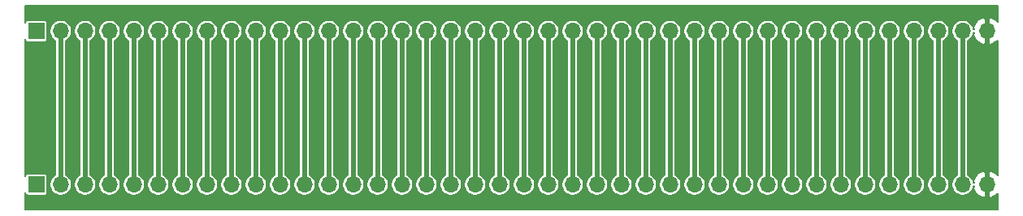
<source format=gbl>
G04 #@! TF.GenerationSoftware,KiCad,Pcbnew,(5.1.9)-1*
G04 #@! TF.CreationDate,2021-10-03T21:12:02-04:00*
G04 #@! TF.ProjectId,bus-connect,6275732d-636f-46e6-9e65-63742e6b6963,rev?*
G04 #@! TF.SameCoordinates,Original*
G04 #@! TF.FileFunction,Copper,L2,Bot*
G04 #@! TF.FilePolarity,Positive*
%FSLAX46Y46*%
G04 Gerber Fmt 4.6, Leading zero omitted, Abs format (unit mm)*
G04 Created by KiCad (PCBNEW (5.1.9)-1) date 2021-10-03 21:12:02*
%MOMM*%
%LPD*%
G01*
G04 APERTURE LIST*
G04 #@! TA.AperFunction,ComponentPad*
%ADD10O,1.700000X1.700000*%
G04 #@! TD*
G04 #@! TA.AperFunction,ComponentPad*
%ADD11R,1.700000X1.700000*%
G04 #@! TD*
G04 #@! TA.AperFunction,Conductor*
%ADD12C,0.500000*%
G04 #@! TD*
G04 #@! TA.AperFunction,Conductor*
%ADD13C,0.200000*%
G04 #@! TD*
G04 #@! TA.AperFunction,Conductor*
%ADD14C,0.100000*%
G04 #@! TD*
G04 APERTURE END LIST*
D10*
X191560000Y-80000000D03*
X189020000Y-80000000D03*
X186480000Y-80000000D03*
X183940000Y-80000000D03*
X181400000Y-80000000D03*
X178860000Y-80000000D03*
X176320000Y-80000000D03*
X173780000Y-80000000D03*
X171240000Y-80000000D03*
X168700000Y-80000000D03*
X166160000Y-80000000D03*
X163620000Y-80000000D03*
X161080000Y-80000000D03*
X158540000Y-80000000D03*
X156000000Y-80000000D03*
X153460000Y-80000000D03*
X150920000Y-80000000D03*
X148380000Y-80000000D03*
X145840000Y-80000000D03*
X143300000Y-80000000D03*
X140760000Y-80000000D03*
X138220000Y-80000000D03*
X135680000Y-80000000D03*
X133140000Y-80000000D03*
X130600000Y-80000000D03*
X128060000Y-80000000D03*
X125520000Y-80000000D03*
X122980000Y-80000000D03*
X120440000Y-80000000D03*
X117900000Y-80000000D03*
X115360000Y-80000000D03*
X112820000Y-80000000D03*
X110280000Y-80000000D03*
X107740000Y-80000000D03*
X105200000Y-80000000D03*
X102660000Y-80000000D03*
X100120000Y-80000000D03*
X97580000Y-80000000D03*
X95040000Y-80000000D03*
D11*
X92500000Y-80000000D03*
D10*
X191560000Y-96000000D03*
X189020000Y-96000000D03*
X186480000Y-96000000D03*
X183940000Y-96000000D03*
X181400000Y-96000000D03*
X178860000Y-96000000D03*
X176320000Y-96000000D03*
X173780000Y-96000000D03*
X171240000Y-96000000D03*
X168700000Y-96000000D03*
X166160000Y-96000000D03*
X163620000Y-96000000D03*
X161080000Y-96000000D03*
X158540000Y-96000000D03*
X156000000Y-96000000D03*
X153460000Y-96000000D03*
X150920000Y-96000000D03*
X148380000Y-96000000D03*
X145840000Y-96000000D03*
X143300000Y-96000000D03*
X140760000Y-96000000D03*
X138220000Y-96000000D03*
X135680000Y-96000000D03*
X133140000Y-96000000D03*
X130600000Y-96000000D03*
X128060000Y-96000000D03*
X125520000Y-96000000D03*
X122980000Y-96000000D03*
X120440000Y-96000000D03*
X117900000Y-96000000D03*
X115360000Y-96000000D03*
X112820000Y-96000000D03*
X110280000Y-96000000D03*
X107740000Y-96000000D03*
X105200000Y-96000000D03*
X102660000Y-96000000D03*
X100120000Y-96000000D03*
X97580000Y-96000000D03*
X95040000Y-96000000D03*
D11*
X92500000Y-96000000D03*
D12*
X189020000Y-96000000D02*
X189020000Y-80000000D01*
X186480000Y-80000000D02*
X186480000Y-96000000D01*
X183940000Y-96000000D02*
X183940000Y-80000000D01*
X181400000Y-80000000D02*
X181400000Y-96000000D01*
X178860000Y-96000000D02*
X178860000Y-80000000D01*
X176320000Y-80000000D02*
X176320000Y-96000000D01*
X173780000Y-80000000D02*
X173780000Y-96000000D01*
X171240000Y-96000000D02*
X171240000Y-80000000D01*
X168700000Y-80000000D02*
X168700000Y-96000000D01*
X166160000Y-96000000D02*
X166160000Y-80000000D01*
X163620000Y-80000000D02*
X163620000Y-96000000D01*
X161080000Y-96000000D02*
X161080000Y-80000000D01*
X158540000Y-80000000D02*
X158540000Y-96000000D01*
X156000000Y-96000000D02*
X156000000Y-80000000D01*
X153460000Y-80000000D02*
X153460000Y-96000000D01*
X150920000Y-96000000D02*
X150920000Y-80000000D01*
X148380000Y-80000000D02*
X148380000Y-96000000D01*
X145840000Y-96000000D02*
X145840000Y-80000000D01*
X143300000Y-80000000D02*
X143300000Y-96000000D01*
X140760000Y-96000000D02*
X140760000Y-80000000D01*
X138220000Y-80000000D02*
X138220000Y-96000000D01*
X135680000Y-96000000D02*
X135680000Y-80000000D01*
X133140000Y-80000000D02*
X133140000Y-96000000D01*
X130600000Y-96000000D02*
X130600000Y-80000000D01*
X128060000Y-80000000D02*
X128060000Y-96000000D01*
X125520000Y-80000000D02*
X125520000Y-96000000D01*
X122980000Y-80000000D02*
X122980000Y-96000000D01*
X120440000Y-80000000D02*
X120440000Y-96000000D01*
X117900000Y-80000000D02*
X117900000Y-96000000D01*
X115360000Y-80000000D02*
X115360000Y-96000000D01*
X112820000Y-80000000D02*
X112820000Y-96000000D01*
X110280000Y-96000000D02*
X110280000Y-80000000D01*
X107740000Y-80000000D02*
X107740000Y-96000000D01*
X105200000Y-80000000D02*
X105200000Y-96000000D01*
X102660000Y-80000000D02*
X102660000Y-96000000D01*
X100120000Y-80000000D02*
X100120000Y-96000000D01*
X97580000Y-80000000D02*
X97580000Y-96000000D01*
X95040000Y-80000000D02*
X95040000Y-96000000D01*
D13*
X192650001Y-79041118D02*
X192520122Y-78902754D01*
X192287611Y-78736527D01*
X192027139Y-78618854D01*
X191938910Y-78592097D01*
X191714000Y-78703111D01*
X191714000Y-79846000D01*
X191734000Y-79846000D01*
X191734000Y-80154000D01*
X191714000Y-80154000D01*
X191714000Y-81296889D01*
X191938910Y-81407903D01*
X192027139Y-81381146D01*
X192287611Y-81263473D01*
X192520122Y-81097246D01*
X192650001Y-80958882D01*
X192650000Y-95041117D01*
X192520122Y-94902754D01*
X192287611Y-94736527D01*
X192027139Y-94618854D01*
X191938910Y-94592097D01*
X191714000Y-94703111D01*
X191714000Y-95846000D01*
X191734000Y-95846000D01*
X191734000Y-96154000D01*
X191714000Y-96154000D01*
X191714000Y-97296889D01*
X191938910Y-97407903D01*
X192027139Y-97381146D01*
X192287611Y-97263473D01*
X192520122Y-97097246D01*
X192650000Y-96958883D01*
X192650000Y-98650000D01*
X91350000Y-98650000D01*
X91350000Y-96864733D01*
X91354341Y-96908810D01*
X91371496Y-96965360D01*
X91399353Y-97017477D01*
X91436842Y-97063158D01*
X91482523Y-97100647D01*
X91534640Y-97128504D01*
X91591190Y-97145659D01*
X91650000Y-97151451D01*
X93350000Y-97151451D01*
X93408810Y-97145659D01*
X93465360Y-97128504D01*
X93517477Y-97100647D01*
X93563158Y-97063158D01*
X93600647Y-97017477D01*
X93628504Y-96965360D01*
X93645659Y-96908810D01*
X93651451Y-96850000D01*
X93651451Y-95150000D01*
X93645659Y-95091190D01*
X93628504Y-95034640D01*
X93600647Y-94982523D01*
X93563158Y-94936842D01*
X93517477Y-94899353D01*
X93465360Y-94871496D01*
X93408810Y-94854341D01*
X93350000Y-94848549D01*
X91650000Y-94848549D01*
X91591190Y-94854341D01*
X91534640Y-94871496D01*
X91482523Y-94899353D01*
X91436842Y-94936842D01*
X91399353Y-94982523D01*
X91371496Y-95034640D01*
X91354341Y-95091190D01*
X91350000Y-95135267D01*
X91350000Y-80864733D01*
X91354341Y-80908810D01*
X91371496Y-80965360D01*
X91399353Y-81017477D01*
X91436842Y-81063158D01*
X91482523Y-81100647D01*
X91534640Y-81128504D01*
X91591190Y-81145659D01*
X91650000Y-81151451D01*
X93350000Y-81151451D01*
X93408810Y-81145659D01*
X93465360Y-81128504D01*
X93517477Y-81100647D01*
X93563158Y-81063158D01*
X93600647Y-81017477D01*
X93628504Y-80965360D01*
X93645659Y-80908810D01*
X93651451Y-80850000D01*
X93651451Y-79886735D01*
X93890000Y-79886735D01*
X93890000Y-80113265D01*
X93934194Y-80335443D01*
X94020884Y-80544729D01*
X94146737Y-80733082D01*
X94306918Y-80893263D01*
X94490000Y-81015594D01*
X94490001Y-94984405D01*
X94306918Y-95106737D01*
X94146737Y-95266918D01*
X94020884Y-95455271D01*
X93934194Y-95664557D01*
X93890000Y-95886735D01*
X93890000Y-96113265D01*
X93934194Y-96335443D01*
X94020884Y-96544729D01*
X94146737Y-96733082D01*
X94306918Y-96893263D01*
X94495271Y-97019116D01*
X94704557Y-97105806D01*
X94926735Y-97150000D01*
X95153265Y-97150000D01*
X95375443Y-97105806D01*
X95584729Y-97019116D01*
X95773082Y-96893263D01*
X95933263Y-96733082D01*
X96059116Y-96544729D01*
X96145806Y-96335443D01*
X96190000Y-96113265D01*
X96190000Y-95886735D01*
X96145806Y-95664557D01*
X96059116Y-95455271D01*
X95933263Y-95266918D01*
X95773082Y-95106737D01*
X95590000Y-94984406D01*
X95590000Y-81015594D01*
X95773082Y-80893263D01*
X95933263Y-80733082D01*
X96059116Y-80544729D01*
X96145806Y-80335443D01*
X96190000Y-80113265D01*
X96190000Y-79886735D01*
X96430000Y-79886735D01*
X96430000Y-80113265D01*
X96474194Y-80335443D01*
X96560884Y-80544729D01*
X96686737Y-80733082D01*
X96846918Y-80893263D01*
X97030000Y-81015594D01*
X97030001Y-94984405D01*
X96846918Y-95106737D01*
X96686737Y-95266918D01*
X96560884Y-95455271D01*
X96474194Y-95664557D01*
X96430000Y-95886735D01*
X96430000Y-96113265D01*
X96474194Y-96335443D01*
X96560884Y-96544729D01*
X96686737Y-96733082D01*
X96846918Y-96893263D01*
X97035271Y-97019116D01*
X97244557Y-97105806D01*
X97466735Y-97150000D01*
X97693265Y-97150000D01*
X97915443Y-97105806D01*
X98124729Y-97019116D01*
X98313082Y-96893263D01*
X98473263Y-96733082D01*
X98599116Y-96544729D01*
X98685806Y-96335443D01*
X98730000Y-96113265D01*
X98730000Y-95886735D01*
X98685806Y-95664557D01*
X98599116Y-95455271D01*
X98473263Y-95266918D01*
X98313082Y-95106737D01*
X98130000Y-94984406D01*
X98130000Y-81015594D01*
X98313082Y-80893263D01*
X98473263Y-80733082D01*
X98599116Y-80544729D01*
X98685806Y-80335443D01*
X98730000Y-80113265D01*
X98730000Y-79886735D01*
X98970000Y-79886735D01*
X98970000Y-80113265D01*
X99014194Y-80335443D01*
X99100884Y-80544729D01*
X99226737Y-80733082D01*
X99386918Y-80893263D01*
X99570000Y-81015594D01*
X99570001Y-94984405D01*
X99386918Y-95106737D01*
X99226737Y-95266918D01*
X99100884Y-95455271D01*
X99014194Y-95664557D01*
X98970000Y-95886735D01*
X98970000Y-96113265D01*
X99014194Y-96335443D01*
X99100884Y-96544729D01*
X99226737Y-96733082D01*
X99386918Y-96893263D01*
X99575271Y-97019116D01*
X99784557Y-97105806D01*
X100006735Y-97150000D01*
X100233265Y-97150000D01*
X100455443Y-97105806D01*
X100664729Y-97019116D01*
X100853082Y-96893263D01*
X101013263Y-96733082D01*
X101139116Y-96544729D01*
X101225806Y-96335443D01*
X101270000Y-96113265D01*
X101270000Y-95886735D01*
X101225806Y-95664557D01*
X101139116Y-95455271D01*
X101013263Y-95266918D01*
X100853082Y-95106737D01*
X100670000Y-94984406D01*
X100670000Y-81015594D01*
X100853082Y-80893263D01*
X101013263Y-80733082D01*
X101139116Y-80544729D01*
X101225806Y-80335443D01*
X101270000Y-80113265D01*
X101270000Y-79886735D01*
X101510000Y-79886735D01*
X101510000Y-80113265D01*
X101554194Y-80335443D01*
X101640884Y-80544729D01*
X101766737Y-80733082D01*
X101926918Y-80893263D01*
X102110000Y-81015594D01*
X102110001Y-94984405D01*
X101926918Y-95106737D01*
X101766737Y-95266918D01*
X101640884Y-95455271D01*
X101554194Y-95664557D01*
X101510000Y-95886735D01*
X101510000Y-96113265D01*
X101554194Y-96335443D01*
X101640884Y-96544729D01*
X101766737Y-96733082D01*
X101926918Y-96893263D01*
X102115271Y-97019116D01*
X102324557Y-97105806D01*
X102546735Y-97150000D01*
X102773265Y-97150000D01*
X102995443Y-97105806D01*
X103204729Y-97019116D01*
X103393082Y-96893263D01*
X103553263Y-96733082D01*
X103679116Y-96544729D01*
X103765806Y-96335443D01*
X103810000Y-96113265D01*
X103810000Y-95886735D01*
X103765806Y-95664557D01*
X103679116Y-95455271D01*
X103553263Y-95266918D01*
X103393082Y-95106737D01*
X103210000Y-94984406D01*
X103210000Y-81015594D01*
X103393082Y-80893263D01*
X103553263Y-80733082D01*
X103679116Y-80544729D01*
X103765806Y-80335443D01*
X103810000Y-80113265D01*
X103810000Y-79886735D01*
X104050000Y-79886735D01*
X104050000Y-80113265D01*
X104094194Y-80335443D01*
X104180884Y-80544729D01*
X104306737Y-80733082D01*
X104466918Y-80893263D01*
X104650000Y-81015594D01*
X104650001Y-94984405D01*
X104466918Y-95106737D01*
X104306737Y-95266918D01*
X104180884Y-95455271D01*
X104094194Y-95664557D01*
X104050000Y-95886735D01*
X104050000Y-96113265D01*
X104094194Y-96335443D01*
X104180884Y-96544729D01*
X104306737Y-96733082D01*
X104466918Y-96893263D01*
X104655271Y-97019116D01*
X104864557Y-97105806D01*
X105086735Y-97150000D01*
X105313265Y-97150000D01*
X105535443Y-97105806D01*
X105744729Y-97019116D01*
X105933082Y-96893263D01*
X106093263Y-96733082D01*
X106219116Y-96544729D01*
X106305806Y-96335443D01*
X106350000Y-96113265D01*
X106350000Y-95886735D01*
X106305806Y-95664557D01*
X106219116Y-95455271D01*
X106093263Y-95266918D01*
X105933082Y-95106737D01*
X105750000Y-94984406D01*
X105750000Y-81015594D01*
X105933082Y-80893263D01*
X106093263Y-80733082D01*
X106219116Y-80544729D01*
X106305806Y-80335443D01*
X106350000Y-80113265D01*
X106350000Y-79886735D01*
X106590000Y-79886735D01*
X106590000Y-80113265D01*
X106634194Y-80335443D01*
X106720884Y-80544729D01*
X106846737Y-80733082D01*
X107006918Y-80893263D01*
X107190000Y-81015594D01*
X107190001Y-94984405D01*
X107006918Y-95106737D01*
X106846737Y-95266918D01*
X106720884Y-95455271D01*
X106634194Y-95664557D01*
X106590000Y-95886735D01*
X106590000Y-96113265D01*
X106634194Y-96335443D01*
X106720884Y-96544729D01*
X106846737Y-96733082D01*
X107006918Y-96893263D01*
X107195271Y-97019116D01*
X107404557Y-97105806D01*
X107626735Y-97150000D01*
X107853265Y-97150000D01*
X108075443Y-97105806D01*
X108284729Y-97019116D01*
X108473082Y-96893263D01*
X108633263Y-96733082D01*
X108759116Y-96544729D01*
X108845806Y-96335443D01*
X108890000Y-96113265D01*
X108890000Y-95886735D01*
X108845806Y-95664557D01*
X108759116Y-95455271D01*
X108633263Y-95266918D01*
X108473082Y-95106737D01*
X108290000Y-94984406D01*
X108290000Y-81015594D01*
X108473082Y-80893263D01*
X108633263Y-80733082D01*
X108759116Y-80544729D01*
X108845806Y-80335443D01*
X108890000Y-80113265D01*
X108890000Y-79886735D01*
X109130000Y-79886735D01*
X109130000Y-80113265D01*
X109174194Y-80335443D01*
X109260884Y-80544729D01*
X109386737Y-80733082D01*
X109546918Y-80893263D01*
X109730001Y-81015595D01*
X109730000Y-94984406D01*
X109546918Y-95106737D01*
X109386737Y-95266918D01*
X109260884Y-95455271D01*
X109174194Y-95664557D01*
X109130000Y-95886735D01*
X109130000Y-96113265D01*
X109174194Y-96335443D01*
X109260884Y-96544729D01*
X109386737Y-96733082D01*
X109546918Y-96893263D01*
X109735271Y-97019116D01*
X109944557Y-97105806D01*
X110166735Y-97150000D01*
X110393265Y-97150000D01*
X110615443Y-97105806D01*
X110824729Y-97019116D01*
X111013082Y-96893263D01*
X111173263Y-96733082D01*
X111299116Y-96544729D01*
X111385806Y-96335443D01*
X111430000Y-96113265D01*
X111430000Y-95886735D01*
X111385806Y-95664557D01*
X111299116Y-95455271D01*
X111173263Y-95266918D01*
X111013082Y-95106737D01*
X110830000Y-94984406D01*
X110830000Y-81015594D01*
X111013082Y-80893263D01*
X111173263Y-80733082D01*
X111299116Y-80544729D01*
X111385806Y-80335443D01*
X111430000Y-80113265D01*
X111430000Y-79886735D01*
X111670000Y-79886735D01*
X111670000Y-80113265D01*
X111714194Y-80335443D01*
X111800884Y-80544729D01*
X111926737Y-80733082D01*
X112086918Y-80893263D01*
X112270000Y-81015594D01*
X112270001Y-94984405D01*
X112086918Y-95106737D01*
X111926737Y-95266918D01*
X111800884Y-95455271D01*
X111714194Y-95664557D01*
X111670000Y-95886735D01*
X111670000Y-96113265D01*
X111714194Y-96335443D01*
X111800884Y-96544729D01*
X111926737Y-96733082D01*
X112086918Y-96893263D01*
X112275271Y-97019116D01*
X112484557Y-97105806D01*
X112706735Y-97150000D01*
X112933265Y-97150000D01*
X113155443Y-97105806D01*
X113364729Y-97019116D01*
X113553082Y-96893263D01*
X113713263Y-96733082D01*
X113839116Y-96544729D01*
X113925806Y-96335443D01*
X113970000Y-96113265D01*
X113970000Y-95886735D01*
X113925806Y-95664557D01*
X113839116Y-95455271D01*
X113713263Y-95266918D01*
X113553082Y-95106737D01*
X113370000Y-94984406D01*
X113370000Y-81015594D01*
X113553082Y-80893263D01*
X113713263Y-80733082D01*
X113839116Y-80544729D01*
X113925806Y-80335443D01*
X113970000Y-80113265D01*
X113970000Y-79886735D01*
X114210000Y-79886735D01*
X114210000Y-80113265D01*
X114254194Y-80335443D01*
X114340884Y-80544729D01*
X114466737Y-80733082D01*
X114626918Y-80893263D01*
X114810000Y-81015594D01*
X114810001Y-94984405D01*
X114626918Y-95106737D01*
X114466737Y-95266918D01*
X114340884Y-95455271D01*
X114254194Y-95664557D01*
X114210000Y-95886735D01*
X114210000Y-96113265D01*
X114254194Y-96335443D01*
X114340884Y-96544729D01*
X114466737Y-96733082D01*
X114626918Y-96893263D01*
X114815271Y-97019116D01*
X115024557Y-97105806D01*
X115246735Y-97150000D01*
X115473265Y-97150000D01*
X115695443Y-97105806D01*
X115904729Y-97019116D01*
X116093082Y-96893263D01*
X116253263Y-96733082D01*
X116379116Y-96544729D01*
X116465806Y-96335443D01*
X116510000Y-96113265D01*
X116510000Y-95886735D01*
X116465806Y-95664557D01*
X116379116Y-95455271D01*
X116253263Y-95266918D01*
X116093082Y-95106737D01*
X115910000Y-94984406D01*
X115910000Y-81015594D01*
X116093082Y-80893263D01*
X116253263Y-80733082D01*
X116379116Y-80544729D01*
X116465806Y-80335443D01*
X116510000Y-80113265D01*
X116510000Y-79886735D01*
X116750000Y-79886735D01*
X116750000Y-80113265D01*
X116794194Y-80335443D01*
X116880884Y-80544729D01*
X117006737Y-80733082D01*
X117166918Y-80893263D01*
X117350000Y-81015594D01*
X117350001Y-94984405D01*
X117166918Y-95106737D01*
X117006737Y-95266918D01*
X116880884Y-95455271D01*
X116794194Y-95664557D01*
X116750000Y-95886735D01*
X116750000Y-96113265D01*
X116794194Y-96335443D01*
X116880884Y-96544729D01*
X117006737Y-96733082D01*
X117166918Y-96893263D01*
X117355271Y-97019116D01*
X117564557Y-97105806D01*
X117786735Y-97150000D01*
X118013265Y-97150000D01*
X118235443Y-97105806D01*
X118444729Y-97019116D01*
X118633082Y-96893263D01*
X118793263Y-96733082D01*
X118919116Y-96544729D01*
X119005806Y-96335443D01*
X119050000Y-96113265D01*
X119050000Y-95886735D01*
X119005806Y-95664557D01*
X118919116Y-95455271D01*
X118793263Y-95266918D01*
X118633082Y-95106737D01*
X118450000Y-94984406D01*
X118450000Y-81015594D01*
X118633082Y-80893263D01*
X118793263Y-80733082D01*
X118919116Y-80544729D01*
X119005806Y-80335443D01*
X119050000Y-80113265D01*
X119050000Y-79886735D01*
X119290000Y-79886735D01*
X119290000Y-80113265D01*
X119334194Y-80335443D01*
X119420884Y-80544729D01*
X119546737Y-80733082D01*
X119706918Y-80893263D01*
X119890000Y-81015594D01*
X119890001Y-94984405D01*
X119706918Y-95106737D01*
X119546737Y-95266918D01*
X119420884Y-95455271D01*
X119334194Y-95664557D01*
X119290000Y-95886735D01*
X119290000Y-96113265D01*
X119334194Y-96335443D01*
X119420884Y-96544729D01*
X119546737Y-96733082D01*
X119706918Y-96893263D01*
X119895271Y-97019116D01*
X120104557Y-97105806D01*
X120326735Y-97150000D01*
X120553265Y-97150000D01*
X120775443Y-97105806D01*
X120984729Y-97019116D01*
X121173082Y-96893263D01*
X121333263Y-96733082D01*
X121459116Y-96544729D01*
X121545806Y-96335443D01*
X121590000Y-96113265D01*
X121590000Y-95886735D01*
X121545806Y-95664557D01*
X121459116Y-95455271D01*
X121333263Y-95266918D01*
X121173082Y-95106737D01*
X120990000Y-94984406D01*
X120990000Y-81015594D01*
X121173082Y-80893263D01*
X121333263Y-80733082D01*
X121459116Y-80544729D01*
X121545806Y-80335443D01*
X121590000Y-80113265D01*
X121590000Y-79886735D01*
X121830000Y-79886735D01*
X121830000Y-80113265D01*
X121874194Y-80335443D01*
X121960884Y-80544729D01*
X122086737Y-80733082D01*
X122246918Y-80893263D01*
X122430000Y-81015594D01*
X122430001Y-94984405D01*
X122246918Y-95106737D01*
X122086737Y-95266918D01*
X121960884Y-95455271D01*
X121874194Y-95664557D01*
X121830000Y-95886735D01*
X121830000Y-96113265D01*
X121874194Y-96335443D01*
X121960884Y-96544729D01*
X122086737Y-96733082D01*
X122246918Y-96893263D01*
X122435271Y-97019116D01*
X122644557Y-97105806D01*
X122866735Y-97150000D01*
X123093265Y-97150000D01*
X123315443Y-97105806D01*
X123524729Y-97019116D01*
X123713082Y-96893263D01*
X123873263Y-96733082D01*
X123999116Y-96544729D01*
X124085806Y-96335443D01*
X124130000Y-96113265D01*
X124130000Y-95886735D01*
X124085806Y-95664557D01*
X123999116Y-95455271D01*
X123873263Y-95266918D01*
X123713082Y-95106737D01*
X123530000Y-94984406D01*
X123530000Y-81015594D01*
X123713082Y-80893263D01*
X123873263Y-80733082D01*
X123999116Y-80544729D01*
X124085806Y-80335443D01*
X124130000Y-80113265D01*
X124130000Y-79886735D01*
X124370000Y-79886735D01*
X124370000Y-80113265D01*
X124414194Y-80335443D01*
X124500884Y-80544729D01*
X124626737Y-80733082D01*
X124786918Y-80893263D01*
X124970000Y-81015594D01*
X124970001Y-94984405D01*
X124786918Y-95106737D01*
X124626737Y-95266918D01*
X124500884Y-95455271D01*
X124414194Y-95664557D01*
X124370000Y-95886735D01*
X124370000Y-96113265D01*
X124414194Y-96335443D01*
X124500884Y-96544729D01*
X124626737Y-96733082D01*
X124786918Y-96893263D01*
X124975271Y-97019116D01*
X125184557Y-97105806D01*
X125406735Y-97150000D01*
X125633265Y-97150000D01*
X125855443Y-97105806D01*
X126064729Y-97019116D01*
X126253082Y-96893263D01*
X126413263Y-96733082D01*
X126539116Y-96544729D01*
X126625806Y-96335443D01*
X126670000Y-96113265D01*
X126670000Y-95886735D01*
X126625806Y-95664557D01*
X126539116Y-95455271D01*
X126413263Y-95266918D01*
X126253082Y-95106737D01*
X126070000Y-94984406D01*
X126070000Y-81015594D01*
X126253082Y-80893263D01*
X126413263Y-80733082D01*
X126539116Y-80544729D01*
X126625806Y-80335443D01*
X126670000Y-80113265D01*
X126670000Y-79886735D01*
X126910000Y-79886735D01*
X126910000Y-80113265D01*
X126954194Y-80335443D01*
X127040884Y-80544729D01*
X127166737Y-80733082D01*
X127326918Y-80893263D01*
X127510000Y-81015594D01*
X127510001Y-94984405D01*
X127326918Y-95106737D01*
X127166737Y-95266918D01*
X127040884Y-95455271D01*
X126954194Y-95664557D01*
X126910000Y-95886735D01*
X126910000Y-96113265D01*
X126954194Y-96335443D01*
X127040884Y-96544729D01*
X127166737Y-96733082D01*
X127326918Y-96893263D01*
X127515271Y-97019116D01*
X127724557Y-97105806D01*
X127946735Y-97150000D01*
X128173265Y-97150000D01*
X128395443Y-97105806D01*
X128604729Y-97019116D01*
X128793082Y-96893263D01*
X128953263Y-96733082D01*
X129079116Y-96544729D01*
X129165806Y-96335443D01*
X129210000Y-96113265D01*
X129210000Y-95886735D01*
X129165806Y-95664557D01*
X129079116Y-95455271D01*
X128953263Y-95266918D01*
X128793082Y-95106737D01*
X128610000Y-94984406D01*
X128610000Y-81015594D01*
X128793082Y-80893263D01*
X128953263Y-80733082D01*
X129079116Y-80544729D01*
X129165806Y-80335443D01*
X129210000Y-80113265D01*
X129210000Y-79886735D01*
X129450000Y-79886735D01*
X129450000Y-80113265D01*
X129494194Y-80335443D01*
X129580884Y-80544729D01*
X129706737Y-80733082D01*
X129866918Y-80893263D01*
X130050001Y-81015595D01*
X130050000Y-94984406D01*
X129866918Y-95106737D01*
X129706737Y-95266918D01*
X129580884Y-95455271D01*
X129494194Y-95664557D01*
X129450000Y-95886735D01*
X129450000Y-96113265D01*
X129494194Y-96335443D01*
X129580884Y-96544729D01*
X129706737Y-96733082D01*
X129866918Y-96893263D01*
X130055271Y-97019116D01*
X130264557Y-97105806D01*
X130486735Y-97150000D01*
X130713265Y-97150000D01*
X130935443Y-97105806D01*
X131144729Y-97019116D01*
X131333082Y-96893263D01*
X131493263Y-96733082D01*
X131619116Y-96544729D01*
X131705806Y-96335443D01*
X131750000Y-96113265D01*
X131750000Y-95886735D01*
X131705806Y-95664557D01*
X131619116Y-95455271D01*
X131493263Y-95266918D01*
X131333082Y-95106737D01*
X131150000Y-94984406D01*
X131150000Y-81015594D01*
X131333082Y-80893263D01*
X131493263Y-80733082D01*
X131619116Y-80544729D01*
X131705806Y-80335443D01*
X131750000Y-80113265D01*
X131750000Y-79886735D01*
X131990000Y-79886735D01*
X131990000Y-80113265D01*
X132034194Y-80335443D01*
X132120884Y-80544729D01*
X132246737Y-80733082D01*
X132406918Y-80893263D01*
X132590000Y-81015594D01*
X132590001Y-94984405D01*
X132406918Y-95106737D01*
X132246737Y-95266918D01*
X132120884Y-95455271D01*
X132034194Y-95664557D01*
X131990000Y-95886735D01*
X131990000Y-96113265D01*
X132034194Y-96335443D01*
X132120884Y-96544729D01*
X132246737Y-96733082D01*
X132406918Y-96893263D01*
X132595271Y-97019116D01*
X132804557Y-97105806D01*
X133026735Y-97150000D01*
X133253265Y-97150000D01*
X133475443Y-97105806D01*
X133684729Y-97019116D01*
X133873082Y-96893263D01*
X134033263Y-96733082D01*
X134159116Y-96544729D01*
X134245806Y-96335443D01*
X134290000Y-96113265D01*
X134290000Y-95886735D01*
X134245806Y-95664557D01*
X134159116Y-95455271D01*
X134033263Y-95266918D01*
X133873082Y-95106737D01*
X133690000Y-94984406D01*
X133690000Y-81015594D01*
X133873082Y-80893263D01*
X134033263Y-80733082D01*
X134159116Y-80544729D01*
X134245806Y-80335443D01*
X134290000Y-80113265D01*
X134290000Y-79886735D01*
X134530000Y-79886735D01*
X134530000Y-80113265D01*
X134574194Y-80335443D01*
X134660884Y-80544729D01*
X134786737Y-80733082D01*
X134946918Y-80893263D01*
X135130001Y-81015595D01*
X135130000Y-94984406D01*
X134946918Y-95106737D01*
X134786737Y-95266918D01*
X134660884Y-95455271D01*
X134574194Y-95664557D01*
X134530000Y-95886735D01*
X134530000Y-96113265D01*
X134574194Y-96335443D01*
X134660884Y-96544729D01*
X134786737Y-96733082D01*
X134946918Y-96893263D01*
X135135271Y-97019116D01*
X135344557Y-97105806D01*
X135566735Y-97150000D01*
X135793265Y-97150000D01*
X136015443Y-97105806D01*
X136224729Y-97019116D01*
X136413082Y-96893263D01*
X136573263Y-96733082D01*
X136699116Y-96544729D01*
X136785806Y-96335443D01*
X136830000Y-96113265D01*
X136830000Y-95886735D01*
X136785806Y-95664557D01*
X136699116Y-95455271D01*
X136573263Y-95266918D01*
X136413082Y-95106737D01*
X136230000Y-94984406D01*
X136230000Y-81015594D01*
X136413082Y-80893263D01*
X136573263Y-80733082D01*
X136699116Y-80544729D01*
X136785806Y-80335443D01*
X136830000Y-80113265D01*
X136830000Y-79886735D01*
X137070000Y-79886735D01*
X137070000Y-80113265D01*
X137114194Y-80335443D01*
X137200884Y-80544729D01*
X137326737Y-80733082D01*
X137486918Y-80893263D01*
X137670000Y-81015594D01*
X137670001Y-94984405D01*
X137486918Y-95106737D01*
X137326737Y-95266918D01*
X137200884Y-95455271D01*
X137114194Y-95664557D01*
X137070000Y-95886735D01*
X137070000Y-96113265D01*
X137114194Y-96335443D01*
X137200884Y-96544729D01*
X137326737Y-96733082D01*
X137486918Y-96893263D01*
X137675271Y-97019116D01*
X137884557Y-97105806D01*
X138106735Y-97150000D01*
X138333265Y-97150000D01*
X138555443Y-97105806D01*
X138764729Y-97019116D01*
X138953082Y-96893263D01*
X139113263Y-96733082D01*
X139239116Y-96544729D01*
X139325806Y-96335443D01*
X139370000Y-96113265D01*
X139370000Y-95886735D01*
X139325806Y-95664557D01*
X139239116Y-95455271D01*
X139113263Y-95266918D01*
X138953082Y-95106737D01*
X138770000Y-94984406D01*
X138770000Y-81015594D01*
X138953082Y-80893263D01*
X139113263Y-80733082D01*
X139239116Y-80544729D01*
X139325806Y-80335443D01*
X139370000Y-80113265D01*
X139370000Y-79886735D01*
X139610000Y-79886735D01*
X139610000Y-80113265D01*
X139654194Y-80335443D01*
X139740884Y-80544729D01*
X139866737Y-80733082D01*
X140026918Y-80893263D01*
X140210001Y-81015595D01*
X140210000Y-94984406D01*
X140026918Y-95106737D01*
X139866737Y-95266918D01*
X139740884Y-95455271D01*
X139654194Y-95664557D01*
X139610000Y-95886735D01*
X139610000Y-96113265D01*
X139654194Y-96335443D01*
X139740884Y-96544729D01*
X139866737Y-96733082D01*
X140026918Y-96893263D01*
X140215271Y-97019116D01*
X140424557Y-97105806D01*
X140646735Y-97150000D01*
X140873265Y-97150000D01*
X141095443Y-97105806D01*
X141304729Y-97019116D01*
X141493082Y-96893263D01*
X141653263Y-96733082D01*
X141779116Y-96544729D01*
X141865806Y-96335443D01*
X141910000Y-96113265D01*
X141910000Y-95886735D01*
X141865806Y-95664557D01*
X141779116Y-95455271D01*
X141653263Y-95266918D01*
X141493082Y-95106737D01*
X141310000Y-94984406D01*
X141310000Y-81015594D01*
X141493082Y-80893263D01*
X141653263Y-80733082D01*
X141779116Y-80544729D01*
X141865806Y-80335443D01*
X141910000Y-80113265D01*
X141910000Y-79886735D01*
X142150000Y-79886735D01*
X142150000Y-80113265D01*
X142194194Y-80335443D01*
X142280884Y-80544729D01*
X142406737Y-80733082D01*
X142566918Y-80893263D01*
X142750000Y-81015594D01*
X142750001Y-94984405D01*
X142566918Y-95106737D01*
X142406737Y-95266918D01*
X142280884Y-95455271D01*
X142194194Y-95664557D01*
X142150000Y-95886735D01*
X142150000Y-96113265D01*
X142194194Y-96335443D01*
X142280884Y-96544729D01*
X142406737Y-96733082D01*
X142566918Y-96893263D01*
X142755271Y-97019116D01*
X142964557Y-97105806D01*
X143186735Y-97150000D01*
X143413265Y-97150000D01*
X143635443Y-97105806D01*
X143844729Y-97019116D01*
X144033082Y-96893263D01*
X144193263Y-96733082D01*
X144319116Y-96544729D01*
X144405806Y-96335443D01*
X144450000Y-96113265D01*
X144450000Y-95886735D01*
X144405806Y-95664557D01*
X144319116Y-95455271D01*
X144193263Y-95266918D01*
X144033082Y-95106737D01*
X143850000Y-94984406D01*
X143850000Y-81015594D01*
X144033082Y-80893263D01*
X144193263Y-80733082D01*
X144319116Y-80544729D01*
X144405806Y-80335443D01*
X144450000Y-80113265D01*
X144450000Y-79886735D01*
X144690000Y-79886735D01*
X144690000Y-80113265D01*
X144734194Y-80335443D01*
X144820884Y-80544729D01*
X144946737Y-80733082D01*
X145106918Y-80893263D01*
X145290001Y-81015595D01*
X145290000Y-94984406D01*
X145106918Y-95106737D01*
X144946737Y-95266918D01*
X144820884Y-95455271D01*
X144734194Y-95664557D01*
X144690000Y-95886735D01*
X144690000Y-96113265D01*
X144734194Y-96335443D01*
X144820884Y-96544729D01*
X144946737Y-96733082D01*
X145106918Y-96893263D01*
X145295271Y-97019116D01*
X145504557Y-97105806D01*
X145726735Y-97150000D01*
X145953265Y-97150000D01*
X146175443Y-97105806D01*
X146384729Y-97019116D01*
X146573082Y-96893263D01*
X146733263Y-96733082D01*
X146859116Y-96544729D01*
X146945806Y-96335443D01*
X146990000Y-96113265D01*
X146990000Y-95886735D01*
X146945806Y-95664557D01*
X146859116Y-95455271D01*
X146733263Y-95266918D01*
X146573082Y-95106737D01*
X146390000Y-94984406D01*
X146390000Y-81015594D01*
X146573082Y-80893263D01*
X146733263Y-80733082D01*
X146859116Y-80544729D01*
X146945806Y-80335443D01*
X146990000Y-80113265D01*
X146990000Y-79886735D01*
X147230000Y-79886735D01*
X147230000Y-80113265D01*
X147274194Y-80335443D01*
X147360884Y-80544729D01*
X147486737Y-80733082D01*
X147646918Y-80893263D01*
X147830000Y-81015594D01*
X147830001Y-94984405D01*
X147646918Y-95106737D01*
X147486737Y-95266918D01*
X147360884Y-95455271D01*
X147274194Y-95664557D01*
X147230000Y-95886735D01*
X147230000Y-96113265D01*
X147274194Y-96335443D01*
X147360884Y-96544729D01*
X147486737Y-96733082D01*
X147646918Y-96893263D01*
X147835271Y-97019116D01*
X148044557Y-97105806D01*
X148266735Y-97150000D01*
X148493265Y-97150000D01*
X148715443Y-97105806D01*
X148924729Y-97019116D01*
X149113082Y-96893263D01*
X149273263Y-96733082D01*
X149399116Y-96544729D01*
X149485806Y-96335443D01*
X149530000Y-96113265D01*
X149530000Y-95886735D01*
X149485806Y-95664557D01*
X149399116Y-95455271D01*
X149273263Y-95266918D01*
X149113082Y-95106737D01*
X148930000Y-94984406D01*
X148930000Y-81015594D01*
X149113082Y-80893263D01*
X149273263Y-80733082D01*
X149399116Y-80544729D01*
X149485806Y-80335443D01*
X149530000Y-80113265D01*
X149530000Y-79886735D01*
X149770000Y-79886735D01*
X149770000Y-80113265D01*
X149814194Y-80335443D01*
X149900884Y-80544729D01*
X150026737Y-80733082D01*
X150186918Y-80893263D01*
X150370001Y-81015595D01*
X150370000Y-94984406D01*
X150186918Y-95106737D01*
X150026737Y-95266918D01*
X149900884Y-95455271D01*
X149814194Y-95664557D01*
X149770000Y-95886735D01*
X149770000Y-96113265D01*
X149814194Y-96335443D01*
X149900884Y-96544729D01*
X150026737Y-96733082D01*
X150186918Y-96893263D01*
X150375271Y-97019116D01*
X150584557Y-97105806D01*
X150806735Y-97150000D01*
X151033265Y-97150000D01*
X151255443Y-97105806D01*
X151464729Y-97019116D01*
X151653082Y-96893263D01*
X151813263Y-96733082D01*
X151939116Y-96544729D01*
X152025806Y-96335443D01*
X152070000Y-96113265D01*
X152070000Y-95886735D01*
X152025806Y-95664557D01*
X151939116Y-95455271D01*
X151813263Y-95266918D01*
X151653082Y-95106737D01*
X151470000Y-94984406D01*
X151470000Y-81015594D01*
X151653082Y-80893263D01*
X151813263Y-80733082D01*
X151939116Y-80544729D01*
X152025806Y-80335443D01*
X152070000Y-80113265D01*
X152070000Y-79886735D01*
X152310000Y-79886735D01*
X152310000Y-80113265D01*
X152354194Y-80335443D01*
X152440884Y-80544729D01*
X152566737Y-80733082D01*
X152726918Y-80893263D01*
X152910000Y-81015594D01*
X152910001Y-94984405D01*
X152726918Y-95106737D01*
X152566737Y-95266918D01*
X152440884Y-95455271D01*
X152354194Y-95664557D01*
X152310000Y-95886735D01*
X152310000Y-96113265D01*
X152354194Y-96335443D01*
X152440884Y-96544729D01*
X152566737Y-96733082D01*
X152726918Y-96893263D01*
X152915271Y-97019116D01*
X153124557Y-97105806D01*
X153346735Y-97150000D01*
X153573265Y-97150000D01*
X153795443Y-97105806D01*
X154004729Y-97019116D01*
X154193082Y-96893263D01*
X154353263Y-96733082D01*
X154479116Y-96544729D01*
X154565806Y-96335443D01*
X154610000Y-96113265D01*
X154610000Y-95886735D01*
X154565806Y-95664557D01*
X154479116Y-95455271D01*
X154353263Y-95266918D01*
X154193082Y-95106737D01*
X154010000Y-94984406D01*
X154010000Y-81015594D01*
X154193082Y-80893263D01*
X154353263Y-80733082D01*
X154479116Y-80544729D01*
X154565806Y-80335443D01*
X154610000Y-80113265D01*
X154610000Y-79886735D01*
X154850000Y-79886735D01*
X154850000Y-80113265D01*
X154894194Y-80335443D01*
X154980884Y-80544729D01*
X155106737Y-80733082D01*
X155266918Y-80893263D01*
X155450001Y-81015595D01*
X155450000Y-94984406D01*
X155266918Y-95106737D01*
X155106737Y-95266918D01*
X154980884Y-95455271D01*
X154894194Y-95664557D01*
X154850000Y-95886735D01*
X154850000Y-96113265D01*
X154894194Y-96335443D01*
X154980884Y-96544729D01*
X155106737Y-96733082D01*
X155266918Y-96893263D01*
X155455271Y-97019116D01*
X155664557Y-97105806D01*
X155886735Y-97150000D01*
X156113265Y-97150000D01*
X156335443Y-97105806D01*
X156544729Y-97019116D01*
X156733082Y-96893263D01*
X156893263Y-96733082D01*
X157019116Y-96544729D01*
X157105806Y-96335443D01*
X157150000Y-96113265D01*
X157150000Y-95886735D01*
X157105806Y-95664557D01*
X157019116Y-95455271D01*
X156893263Y-95266918D01*
X156733082Y-95106737D01*
X156550000Y-94984406D01*
X156550000Y-81015594D01*
X156733082Y-80893263D01*
X156893263Y-80733082D01*
X157019116Y-80544729D01*
X157105806Y-80335443D01*
X157150000Y-80113265D01*
X157150000Y-79886735D01*
X157390000Y-79886735D01*
X157390000Y-80113265D01*
X157434194Y-80335443D01*
X157520884Y-80544729D01*
X157646737Y-80733082D01*
X157806918Y-80893263D01*
X157990000Y-81015594D01*
X157990001Y-94984405D01*
X157806918Y-95106737D01*
X157646737Y-95266918D01*
X157520884Y-95455271D01*
X157434194Y-95664557D01*
X157390000Y-95886735D01*
X157390000Y-96113265D01*
X157434194Y-96335443D01*
X157520884Y-96544729D01*
X157646737Y-96733082D01*
X157806918Y-96893263D01*
X157995271Y-97019116D01*
X158204557Y-97105806D01*
X158426735Y-97150000D01*
X158653265Y-97150000D01*
X158875443Y-97105806D01*
X159084729Y-97019116D01*
X159273082Y-96893263D01*
X159433263Y-96733082D01*
X159559116Y-96544729D01*
X159645806Y-96335443D01*
X159690000Y-96113265D01*
X159690000Y-95886735D01*
X159645806Y-95664557D01*
X159559116Y-95455271D01*
X159433263Y-95266918D01*
X159273082Y-95106737D01*
X159090000Y-94984406D01*
X159090000Y-81015594D01*
X159273082Y-80893263D01*
X159433263Y-80733082D01*
X159559116Y-80544729D01*
X159645806Y-80335443D01*
X159690000Y-80113265D01*
X159690000Y-79886735D01*
X159930000Y-79886735D01*
X159930000Y-80113265D01*
X159974194Y-80335443D01*
X160060884Y-80544729D01*
X160186737Y-80733082D01*
X160346918Y-80893263D01*
X160530001Y-81015595D01*
X160530000Y-94984406D01*
X160346918Y-95106737D01*
X160186737Y-95266918D01*
X160060884Y-95455271D01*
X159974194Y-95664557D01*
X159930000Y-95886735D01*
X159930000Y-96113265D01*
X159974194Y-96335443D01*
X160060884Y-96544729D01*
X160186737Y-96733082D01*
X160346918Y-96893263D01*
X160535271Y-97019116D01*
X160744557Y-97105806D01*
X160966735Y-97150000D01*
X161193265Y-97150000D01*
X161415443Y-97105806D01*
X161624729Y-97019116D01*
X161813082Y-96893263D01*
X161973263Y-96733082D01*
X162099116Y-96544729D01*
X162185806Y-96335443D01*
X162230000Y-96113265D01*
X162230000Y-95886735D01*
X162185806Y-95664557D01*
X162099116Y-95455271D01*
X161973263Y-95266918D01*
X161813082Y-95106737D01*
X161630000Y-94984406D01*
X161630000Y-81015594D01*
X161813082Y-80893263D01*
X161973263Y-80733082D01*
X162099116Y-80544729D01*
X162185806Y-80335443D01*
X162230000Y-80113265D01*
X162230000Y-79886735D01*
X162470000Y-79886735D01*
X162470000Y-80113265D01*
X162514194Y-80335443D01*
X162600884Y-80544729D01*
X162726737Y-80733082D01*
X162886918Y-80893263D01*
X163070000Y-81015594D01*
X163070001Y-94984405D01*
X162886918Y-95106737D01*
X162726737Y-95266918D01*
X162600884Y-95455271D01*
X162514194Y-95664557D01*
X162470000Y-95886735D01*
X162470000Y-96113265D01*
X162514194Y-96335443D01*
X162600884Y-96544729D01*
X162726737Y-96733082D01*
X162886918Y-96893263D01*
X163075271Y-97019116D01*
X163284557Y-97105806D01*
X163506735Y-97150000D01*
X163733265Y-97150000D01*
X163955443Y-97105806D01*
X164164729Y-97019116D01*
X164353082Y-96893263D01*
X164513263Y-96733082D01*
X164639116Y-96544729D01*
X164725806Y-96335443D01*
X164770000Y-96113265D01*
X164770000Y-95886735D01*
X164725806Y-95664557D01*
X164639116Y-95455271D01*
X164513263Y-95266918D01*
X164353082Y-95106737D01*
X164170000Y-94984406D01*
X164170000Y-81015594D01*
X164353082Y-80893263D01*
X164513263Y-80733082D01*
X164639116Y-80544729D01*
X164725806Y-80335443D01*
X164770000Y-80113265D01*
X164770000Y-79886735D01*
X165010000Y-79886735D01*
X165010000Y-80113265D01*
X165054194Y-80335443D01*
X165140884Y-80544729D01*
X165266737Y-80733082D01*
X165426918Y-80893263D01*
X165610001Y-81015595D01*
X165610000Y-94984406D01*
X165426918Y-95106737D01*
X165266737Y-95266918D01*
X165140884Y-95455271D01*
X165054194Y-95664557D01*
X165010000Y-95886735D01*
X165010000Y-96113265D01*
X165054194Y-96335443D01*
X165140884Y-96544729D01*
X165266737Y-96733082D01*
X165426918Y-96893263D01*
X165615271Y-97019116D01*
X165824557Y-97105806D01*
X166046735Y-97150000D01*
X166273265Y-97150000D01*
X166495443Y-97105806D01*
X166704729Y-97019116D01*
X166893082Y-96893263D01*
X167053263Y-96733082D01*
X167179116Y-96544729D01*
X167265806Y-96335443D01*
X167310000Y-96113265D01*
X167310000Y-95886735D01*
X167265806Y-95664557D01*
X167179116Y-95455271D01*
X167053263Y-95266918D01*
X166893082Y-95106737D01*
X166710000Y-94984406D01*
X166710000Y-81015594D01*
X166893082Y-80893263D01*
X167053263Y-80733082D01*
X167179116Y-80544729D01*
X167265806Y-80335443D01*
X167310000Y-80113265D01*
X167310000Y-79886735D01*
X167550000Y-79886735D01*
X167550000Y-80113265D01*
X167594194Y-80335443D01*
X167680884Y-80544729D01*
X167806737Y-80733082D01*
X167966918Y-80893263D01*
X168150000Y-81015594D01*
X168150001Y-94984405D01*
X167966918Y-95106737D01*
X167806737Y-95266918D01*
X167680884Y-95455271D01*
X167594194Y-95664557D01*
X167550000Y-95886735D01*
X167550000Y-96113265D01*
X167594194Y-96335443D01*
X167680884Y-96544729D01*
X167806737Y-96733082D01*
X167966918Y-96893263D01*
X168155271Y-97019116D01*
X168364557Y-97105806D01*
X168586735Y-97150000D01*
X168813265Y-97150000D01*
X169035443Y-97105806D01*
X169244729Y-97019116D01*
X169433082Y-96893263D01*
X169593263Y-96733082D01*
X169719116Y-96544729D01*
X169805806Y-96335443D01*
X169850000Y-96113265D01*
X169850000Y-95886735D01*
X169805806Y-95664557D01*
X169719116Y-95455271D01*
X169593263Y-95266918D01*
X169433082Y-95106737D01*
X169250000Y-94984406D01*
X169250000Y-81015594D01*
X169433082Y-80893263D01*
X169593263Y-80733082D01*
X169719116Y-80544729D01*
X169805806Y-80335443D01*
X169850000Y-80113265D01*
X169850000Y-79886735D01*
X170090000Y-79886735D01*
X170090000Y-80113265D01*
X170134194Y-80335443D01*
X170220884Y-80544729D01*
X170346737Y-80733082D01*
X170506918Y-80893263D01*
X170690001Y-81015595D01*
X170690000Y-94984406D01*
X170506918Y-95106737D01*
X170346737Y-95266918D01*
X170220884Y-95455271D01*
X170134194Y-95664557D01*
X170090000Y-95886735D01*
X170090000Y-96113265D01*
X170134194Y-96335443D01*
X170220884Y-96544729D01*
X170346737Y-96733082D01*
X170506918Y-96893263D01*
X170695271Y-97019116D01*
X170904557Y-97105806D01*
X171126735Y-97150000D01*
X171353265Y-97150000D01*
X171575443Y-97105806D01*
X171784729Y-97019116D01*
X171973082Y-96893263D01*
X172133263Y-96733082D01*
X172259116Y-96544729D01*
X172345806Y-96335443D01*
X172390000Y-96113265D01*
X172390000Y-95886735D01*
X172345806Y-95664557D01*
X172259116Y-95455271D01*
X172133263Y-95266918D01*
X171973082Y-95106737D01*
X171790000Y-94984406D01*
X171790000Y-81015594D01*
X171973082Y-80893263D01*
X172133263Y-80733082D01*
X172259116Y-80544729D01*
X172345806Y-80335443D01*
X172390000Y-80113265D01*
X172390000Y-79886735D01*
X172630000Y-79886735D01*
X172630000Y-80113265D01*
X172674194Y-80335443D01*
X172760884Y-80544729D01*
X172886737Y-80733082D01*
X173046918Y-80893263D01*
X173230000Y-81015594D01*
X173230001Y-94984405D01*
X173046918Y-95106737D01*
X172886737Y-95266918D01*
X172760884Y-95455271D01*
X172674194Y-95664557D01*
X172630000Y-95886735D01*
X172630000Y-96113265D01*
X172674194Y-96335443D01*
X172760884Y-96544729D01*
X172886737Y-96733082D01*
X173046918Y-96893263D01*
X173235271Y-97019116D01*
X173444557Y-97105806D01*
X173666735Y-97150000D01*
X173893265Y-97150000D01*
X174115443Y-97105806D01*
X174324729Y-97019116D01*
X174513082Y-96893263D01*
X174673263Y-96733082D01*
X174799116Y-96544729D01*
X174885806Y-96335443D01*
X174930000Y-96113265D01*
X174930000Y-95886735D01*
X174885806Y-95664557D01*
X174799116Y-95455271D01*
X174673263Y-95266918D01*
X174513082Y-95106737D01*
X174330000Y-94984406D01*
X174330000Y-81015594D01*
X174513082Y-80893263D01*
X174673263Y-80733082D01*
X174799116Y-80544729D01*
X174885806Y-80335443D01*
X174930000Y-80113265D01*
X174930000Y-79886735D01*
X175170000Y-79886735D01*
X175170000Y-80113265D01*
X175214194Y-80335443D01*
X175300884Y-80544729D01*
X175426737Y-80733082D01*
X175586918Y-80893263D01*
X175770000Y-81015594D01*
X175770001Y-94984405D01*
X175586918Y-95106737D01*
X175426737Y-95266918D01*
X175300884Y-95455271D01*
X175214194Y-95664557D01*
X175170000Y-95886735D01*
X175170000Y-96113265D01*
X175214194Y-96335443D01*
X175300884Y-96544729D01*
X175426737Y-96733082D01*
X175586918Y-96893263D01*
X175775271Y-97019116D01*
X175984557Y-97105806D01*
X176206735Y-97150000D01*
X176433265Y-97150000D01*
X176655443Y-97105806D01*
X176864729Y-97019116D01*
X177053082Y-96893263D01*
X177213263Y-96733082D01*
X177339116Y-96544729D01*
X177425806Y-96335443D01*
X177470000Y-96113265D01*
X177470000Y-95886735D01*
X177425806Y-95664557D01*
X177339116Y-95455271D01*
X177213263Y-95266918D01*
X177053082Y-95106737D01*
X176870000Y-94984406D01*
X176870000Y-81015594D01*
X177053082Y-80893263D01*
X177213263Y-80733082D01*
X177339116Y-80544729D01*
X177425806Y-80335443D01*
X177470000Y-80113265D01*
X177470000Y-79886735D01*
X177710000Y-79886735D01*
X177710000Y-80113265D01*
X177754194Y-80335443D01*
X177840884Y-80544729D01*
X177966737Y-80733082D01*
X178126918Y-80893263D01*
X178310001Y-81015595D01*
X178310000Y-94984406D01*
X178126918Y-95106737D01*
X177966737Y-95266918D01*
X177840884Y-95455271D01*
X177754194Y-95664557D01*
X177710000Y-95886735D01*
X177710000Y-96113265D01*
X177754194Y-96335443D01*
X177840884Y-96544729D01*
X177966737Y-96733082D01*
X178126918Y-96893263D01*
X178315271Y-97019116D01*
X178524557Y-97105806D01*
X178746735Y-97150000D01*
X178973265Y-97150000D01*
X179195443Y-97105806D01*
X179404729Y-97019116D01*
X179593082Y-96893263D01*
X179753263Y-96733082D01*
X179879116Y-96544729D01*
X179965806Y-96335443D01*
X180010000Y-96113265D01*
X180010000Y-95886735D01*
X179965806Y-95664557D01*
X179879116Y-95455271D01*
X179753263Y-95266918D01*
X179593082Y-95106737D01*
X179410000Y-94984406D01*
X179410000Y-81015594D01*
X179593082Y-80893263D01*
X179753263Y-80733082D01*
X179879116Y-80544729D01*
X179965806Y-80335443D01*
X180010000Y-80113265D01*
X180010000Y-79886735D01*
X180250000Y-79886735D01*
X180250000Y-80113265D01*
X180294194Y-80335443D01*
X180380884Y-80544729D01*
X180506737Y-80733082D01*
X180666918Y-80893263D01*
X180850000Y-81015594D01*
X180850001Y-94984405D01*
X180666918Y-95106737D01*
X180506737Y-95266918D01*
X180380884Y-95455271D01*
X180294194Y-95664557D01*
X180250000Y-95886735D01*
X180250000Y-96113265D01*
X180294194Y-96335443D01*
X180380884Y-96544729D01*
X180506737Y-96733082D01*
X180666918Y-96893263D01*
X180855271Y-97019116D01*
X181064557Y-97105806D01*
X181286735Y-97150000D01*
X181513265Y-97150000D01*
X181735443Y-97105806D01*
X181944729Y-97019116D01*
X182133082Y-96893263D01*
X182293263Y-96733082D01*
X182419116Y-96544729D01*
X182505806Y-96335443D01*
X182550000Y-96113265D01*
X182550000Y-95886735D01*
X182505806Y-95664557D01*
X182419116Y-95455271D01*
X182293263Y-95266918D01*
X182133082Y-95106737D01*
X181950000Y-94984406D01*
X181950000Y-81015594D01*
X182133082Y-80893263D01*
X182293263Y-80733082D01*
X182419116Y-80544729D01*
X182505806Y-80335443D01*
X182550000Y-80113265D01*
X182550000Y-79886735D01*
X182790000Y-79886735D01*
X182790000Y-80113265D01*
X182834194Y-80335443D01*
X182920884Y-80544729D01*
X183046737Y-80733082D01*
X183206918Y-80893263D01*
X183390001Y-81015595D01*
X183390000Y-94984406D01*
X183206918Y-95106737D01*
X183046737Y-95266918D01*
X182920884Y-95455271D01*
X182834194Y-95664557D01*
X182790000Y-95886735D01*
X182790000Y-96113265D01*
X182834194Y-96335443D01*
X182920884Y-96544729D01*
X183046737Y-96733082D01*
X183206918Y-96893263D01*
X183395271Y-97019116D01*
X183604557Y-97105806D01*
X183826735Y-97150000D01*
X184053265Y-97150000D01*
X184275443Y-97105806D01*
X184484729Y-97019116D01*
X184673082Y-96893263D01*
X184833263Y-96733082D01*
X184959116Y-96544729D01*
X185045806Y-96335443D01*
X185090000Y-96113265D01*
X185090000Y-95886735D01*
X185045806Y-95664557D01*
X184959116Y-95455271D01*
X184833263Y-95266918D01*
X184673082Y-95106737D01*
X184490000Y-94984406D01*
X184490000Y-81015594D01*
X184673082Y-80893263D01*
X184833263Y-80733082D01*
X184959116Y-80544729D01*
X185045806Y-80335443D01*
X185090000Y-80113265D01*
X185090000Y-79886735D01*
X185330000Y-79886735D01*
X185330000Y-80113265D01*
X185374194Y-80335443D01*
X185460884Y-80544729D01*
X185586737Y-80733082D01*
X185746918Y-80893263D01*
X185930000Y-81015594D01*
X185930001Y-94984405D01*
X185746918Y-95106737D01*
X185586737Y-95266918D01*
X185460884Y-95455271D01*
X185374194Y-95664557D01*
X185330000Y-95886735D01*
X185330000Y-96113265D01*
X185374194Y-96335443D01*
X185460884Y-96544729D01*
X185586737Y-96733082D01*
X185746918Y-96893263D01*
X185935271Y-97019116D01*
X186144557Y-97105806D01*
X186366735Y-97150000D01*
X186593265Y-97150000D01*
X186815443Y-97105806D01*
X187024729Y-97019116D01*
X187213082Y-96893263D01*
X187373263Y-96733082D01*
X187499116Y-96544729D01*
X187585806Y-96335443D01*
X187630000Y-96113265D01*
X187630000Y-95886735D01*
X187585806Y-95664557D01*
X187499116Y-95455271D01*
X187373263Y-95266918D01*
X187213082Y-95106737D01*
X187030000Y-94984406D01*
X187030000Y-81015594D01*
X187213082Y-80893263D01*
X187373263Y-80733082D01*
X187499116Y-80544729D01*
X187585806Y-80335443D01*
X187630000Y-80113265D01*
X187630000Y-79886735D01*
X187870000Y-79886735D01*
X187870000Y-80113265D01*
X187914194Y-80335443D01*
X188000884Y-80544729D01*
X188126737Y-80733082D01*
X188286918Y-80893263D01*
X188470001Y-81015595D01*
X188470000Y-94984406D01*
X188286918Y-95106737D01*
X188126737Y-95266918D01*
X188000884Y-95455271D01*
X187914194Y-95664557D01*
X187870000Y-95886735D01*
X187870000Y-96113265D01*
X187914194Y-96335443D01*
X188000884Y-96544729D01*
X188126737Y-96733082D01*
X188286918Y-96893263D01*
X188475271Y-97019116D01*
X188684557Y-97105806D01*
X188906735Y-97150000D01*
X189133265Y-97150000D01*
X189355443Y-97105806D01*
X189564729Y-97019116D01*
X189753082Y-96893263D01*
X189913263Y-96733082D01*
X190039116Y-96544729D01*
X190125806Y-96335443D01*
X190161897Y-96154002D01*
X190262149Y-96154002D01*
X190152091Y-96378911D01*
X190253065Y-96646300D01*
X190404264Y-96888852D01*
X190599878Y-97097246D01*
X190832389Y-97263473D01*
X191092861Y-97381146D01*
X191181090Y-97407903D01*
X191406000Y-97296889D01*
X191406000Y-96154000D01*
X191386000Y-96154000D01*
X191386000Y-95846000D01*
X191406000Y-95846000D01*
X191406000Y-94703111D01*
X191181090Y-94592097D01*
X191092861Y-94618854D01*
X190832389Y-94736527D01*
X190599878Y-94902754D01*
X190404264Y-95111148D01*
X190253065Y-95353700D01*
X190152091Y-95621089D01*
X190262149Y-95845998D01*
X190161897Y-95845998D01*
X190125806Y-95664557D01*
X190039116Y-95455271D01*
X189913263Y-95266918D01*
X189753082Y-95106737D01*
X189570000Y-94984406D01*
X189570000Y-81015594D01*
X189753082Y-80893263D01*
X189913263Y-80733082D01*
X190039116Y-80544729D01*
X190125806Y-80335443D01*
X190161897Y-80154002D01*
X190262149Y-80154002D01*
X190152091Y-80378911D01*
X190253065Y-80646300D01*
X190404264Y-80888852D01*
X190599878Y-81097246D01*
X190832389Y-81263473D01*
X191092861Y-81381146D01*
X191181090Y-81407903D01*
X191406000Y-81296889D01*
X191406000Y-80154000D01*
X191386000Y-80154000D01*
X191386000Y-79846000D01*
X191406000Y-79846000D01*
X191406000Y-78703111D01*
X191181090Y-78592097D01*
X191092861Y-78618854D01*
X190832389Y-78736527D01*
X190599878Y-78902754D01*
X190404264Y-79111148D01*
X190253065Y-79353700D01*
X190152091Y-79621089D01*
X190262149Y-79845998D01*
X190161897Y-79845998D01*
X190125806Y-79664557D01*
X190039116Y-79455271D01*
X189913263Y-79266918D01*
X189753082Y-79106737D01*
X189564729Y-78980884D01*
X189355443Y-78894194D01*
X189133265Y-78850000D01*
X188906735Y-78850000D01*
X188684557Y-78894194D01*
X188475271Y-78980884D01*
X188286918Y-79106737D01*
X188126737Y-79266918D01*
X188000884Y-79455271D01*
X187914194Y-79664557D01*
X187870000Y-79886735D01*
X187630000Y-79886735D01*
X187585806Y-79664557D01*
X187499116Y-79455271D01*
X187373263Y-79266918D01*
X187213082Y-79106737D01*
X187024729Y-78980884D01*
X186815443Y-78894194D01*
X186593265Y-78850000D01*
X186366735Y-78850000D01*
X186144557Y-78894194D01*
X185935271Y-78980884D01*
X185746918Y-79106737D01*
X185586737Y-79266918D01*
X185460884Y-79455271D01*
X185374194Y-79664557D01*
X185330000Y-79886735D01*
X185090000Y-79886735D01*
X185045806Y-79664557D01*
X184959116Y-79455271D01*
X184833263Y-79266918D01*
X184673082Y-79106737D01*
X184484729Y-78980884D01*
X184275443Y-78894194D01*
X184053265Y-78850000D01*
X183826735Y-78850000D01*
X183604557Y-78894194D01*
X183395271Y-78980884D01*
X183206918Y-79106737D01*
X183046737Y-79266918D01*
X182920884Y-79455271D01*
X182834194Y-79664557D01*
X182790000Y-79886735D01*
X182550000Y-79886735D01*
X182505806Y-79664557D01*
X182419116Y-79455271D01*
X182293263Y-79266918D01*
X182133082Y-79106737D01*
X181944729Y-78980884D01*
X181735443Y-78894194D01*
X181513265Y-78850000D01*
X181286735Y-78850000D01*
X181064557Y-78894194D01*
X180855271Y-78980884D01*
X180666918Y-79106737D01*
X180506737Y-79266918D01*
X180380884Y-79455271D01*
X180294194Y-79664557D01*
X180250000Y-79886735D01*
X180010000Y-79886735D01*
X179965806Y-79664557D01*
X179879116Y-79455271D01*
X179753263Y-79266918D01*
X179593082Y-79106737D01*
X179404729Y-78980884D01*
X179195443Y-78894194D01*
X178973265Y-78850000D01*
X178746735Y-78850000D01*
X178524557Y-78894194D01*
X178315271Y-78980884D01*
X178126918Y-79106737D01*
X177966737Y-79266918D01*
X177840884Y-79455271D01*
X177754194Y-79664557D01*
X177710000Y-79886735D01*
X177470000Y-79886735D01*
X177425806Y-79664557D01*
X177339116Y-79455271D01*
X177213263Y-79266918D01*
X177053082Y-79106737D01*
X176864729Y-78980884D01*
X176655443Y-78894194D01*
X176433265Y-78850000D01*
X176206735Y-78850000D01*
X175984557Y-78894194D01*
X175775271Y-78980884D01*
X175586918Y-79106737D01*
X175426737Y-79266918D01*
X175300884Y-79455271D01*
X175214194Y-79664557D01*
X175170000Y-79886735D01*
X174930000Y-79886735D01*
X174885806Y-79664557D01*
X174799116Y-79455271D01*
X174673263Y-79266918D01*
X174513082Y-79106737D01*
X174324729Y-78980884D01*
X174115443Y-78894194D01*
X173893265Y-78850000D01*
X173666735Y-78850000D01*
X173444557Y-78894194D01*
X173235271Y-78980884D01*
X173046918Y-79106737D01*
X172886737Y-79266918D01*
X172760884Y-79455271D01*
X172674194Y-79664557D01*
X172630000Y-79886735D01*
X172390000Y-79886735D01*
X172345806Y-79664557D01*
X172259116Y-79455271D01*
X172133263Y-79266918D01*
X171973082Y-79106737D01*
X171784729Y-78980884D01*
X171575443Y-78894194D01*
X171353265Y-78850000D01*
X171126735Y-78850000D01*
X170904557Y-78894194D01*
X170695271Y-78980884D01*
X170506918Y-79106737D01*
X170346737Y-79266918D01*
X170220884Y-79455271D01*
X170134194Y-79664557D01*
X170090000Y-79886735D01*
X169850000Y-79886735D01*
X169805806Y-79664557D01*
X169719116Y-79455271D01*
X169593263Y-79266918D01*
X169433082Y-79106737D01*
X169244729Y-78980884D01*
X169035443Y-78894194D01*
X168813265Y-78850000D01*
X168586735Y-78850000D01*
X168364557Y-78894194D01*
X168155271Y-78980884D01*
X167966918Y-79106737D01*
X167806737Y-79266918D01*
X167680884Y-79455271D01*
X167594194Y-79664557D01*
X167550000Y-79886735D01*
X167310000Y-79886735D01*
X167265806Y-79664557D01*
X167179116Y-79455271D01*
X167053263Y-79266918D01*
X166893082Y-79106737D01*
X166704729Y-78980884D01*
X166495443Y-78894194D01*
X166273265Y-78850000D01*
X166046735Y-78850000D01*
X165824557Y-78894194D01*
X165615271Y-78980884D01*
X165426918Y-79106737D01*
X165266737Y-79266918D01*
X165140884Y-79455271D01*
X165054194Y-79664557D01*
X165010000Y-79886735D01*
X164770000Y-79886735D01*
X164725806Y-79664557D01*
X164639116Y-79455271D01*
X164513263Y-79266918D01*
X164353082Y-79106737D01*
X164164729Y-78980884D01*
X163955443Y-78894194D01*
X163733265Y-78850000D01*
X163506735Y-78850000D01*
X163284557Y-78894194D01*
X163075271Y-78980884D01*
X162886918Y-79106737D01*
X162726737Y-79266918D01*
X162600884Y-79455271D01*
X162514194Y-79664557D01*
X162470000Y-79886735D01*
X162230000Y-79886735D01*
X162185806Y-79664557D01*
X162099116Y-79455271D01*
X161973263Y-79266918D01*
X161813082Y-79106737D01*
X161624729Y-78980884D01*
X161415443Y-78894194D01*
X161193265Y-78850000D01*
X160966735Y-78850000D01*
X160744557Y-78894194D01*
X160535271Y-78980884D01*
X160346918Y-79106737D01*
X160186737Y-79266918D01*
X160060884Y-79455271D01*
X159974194Y-79664557D01*
X159930000Y-79886735D01*
X159690000Y-79886735D01*
X159645806Y-79664557D01*
X159559116Y-79455271D01*
X159433263Y-79266918D01*
X159273082Y-79106737D01*
X159084729Y-78980884D01*
X158875443Y-78894194D01*
X158653265Y-78850000D01*
X158426735Y-78850000D01*
X158204557Y-78894194D01*
X157995271Y-78980884D01*
X157806918Y-79106737D01*
X157646737Y-79266918D01*
X157520884Y-79455271D01*
X157434194Y-79664557D01*
X157390000Y-79886735D01*
X157150000Y-79886735D01*
X157105806Y-79664557D01*
X157019116Y-79455271D01*
X156893263Y-79266918D01*
X156733082Y-79106737D01*
X156544729Y-78980884D01*
X156335443Y-78894194D01*
X156113265Y-78850000D01*
X155886735Y-78850000D01*
X155664557Y-78894194D01*
X155455271Y-78980884D01*
X155266918Y-79106737D01*
X155106737Y-79266918D01*
X154980884Y-79455271D01*
X154894194Y-79664557D01*
X154850000Y-79886735D01*
X154610000Y-79886735D01*
X154565806Y-79664557D01*
X154479116Y-79455271D01*
X154353263Y-79266918D01*
X154193082Y-79106737D01*
X154004729Y-78980884D01*
X153795443Y-78894194D01*
X153573265Y-78850000D01*
X153346735Y-78850000D01*
X153124557Y-78894194D01*
X152915271Y-78980884D01*
X152726918Y-79106737D01*
X152566737Y-79266918D01*
X152440884Y-79455271D01*
X152354194Y-79664557D01*
X152310000Y-79886735D01*
X152070000Y-79886735D01*
X152025806Y-79664557D01*
X151939116Y-79455271D01*
X151813263Y-79266918D01*
X151653082Y-79106737D01*
X151464729Y-78980884D01*
X151255443Y-78894194D01*
X151033265Y-78850000D01*
X150806735Y-78850000D01*
X150584557Y-78894194D01*
X150375271Y-78980884D01*
X150186918Y-79106737D01*
X150026737Y-79266918D01*
X149900884Y-79455271D01*
X149814194Y-79664557D01*
X149770000Y-79886735D01*
X149530000Y-79886735D01*
X149485806Y-79664557D01*
X149399116Y-79455271D01*
X149273263Y-79266918D01*
X149113082Y-79106737D01*
X148924729Y-78980884D01*
X148715443Y-78894194D01*
X148493265Y-78850000D01*
X148266735Y-78850000D01*
X148044557Y-78894194D01*
X147835271Y-78980884D01*
X147646918Y-79106737D01*
X147486737Y-79266918D01*
X147360884Y-79455271D01*
X147274194Y-79664557D01*
X147230000Y-79886735D01*
X146990000Y-79886735D01*
X146945806Y-79664557D01*
X146859116Y-79455271D01*
X146733263Y-79266918D01*
X146573082Y-79106737D01*
X146384729Y-78980884D01*
X146175443Y-78894194D01*
X145953265Y-78850000D01*
X145726735Y-78850000D01*
X145504557Y-78894194D01*
X145295271Y-78980884D01*
X145106918Y-79106737D01*
X144946737Y-79266918D01*
X144820884Y-79455271D01*
X144734194Y-79664557D01*
X144690000Y-79886735D01*
X144450000Y-79886735D01*
X144405806Y-79664557D01*
X144319116Y-79455271D01*
X144193263Y-79266918D01*
X144033082Y-79106737D01*
X143844729Y-78980884D01*
X143635443Y-78894194D01*
X143413265Y-78850000D01*
X143186735Y-78850000D01*
X142964557Y-78894194D01*
X142755271Y-78980884D01*
X142566918Y-79106737D01*
X142406737Y-79266918D01*
X142280884Y-79455271D01*
X142194194Y-79664557D01*
X142150000Y-79886735D01*
X141910000Y-79886735D01*
X141865806Y-79664557D01*
X141779116Y-79455271D01*
X141653263Y-79266918D01*
X141493082Y-79106737D01*
X141304729Y-78980884D01*
X141095443Y-78894194D01*
X140873265Y-78850000D01*
X140646735Y-78850000D01*
X140424557Y-78894194D01*
X140215271Y-78980884D01*
X140026918Y-79106737D01*
X139866737Y-79266918D01*
X139740884Y-79455271D01*
X139654194Y-79664557D01*
X139610000Y-79886735D01*
X139370000Y-79886735D01*
X139325806Y-79664557D01*
X139239116Y-79455271D01*
X139113263Y-79266918D01*
X138953082Y-79106737D01*
X138764729Y-78980884D01*
X138555443Y-78894194D01*
X138333265Y-78850000D01*
X138106735Y-78850000D01*
X137884557Y-78894194D01*
X137675271Y-78980884D01*
X137486918Y-79106737D01*
X137326737Y-79266918D01*
X137200884Y-79455271D01*
X137114194Y-79664557D01*
X137070000Y-79886735D01*
X136830000Y-79886735D01*
X136785806Y-79664557D01*
X136699116Y-79455271D01*
X136573263Y-79266918D01*
X136413082Y-79106737D01*
X136224729Y-78980884D01*
X136015443Y-78894194D01*
X135793265Y-78850000D01*
X135566735Y-78850000D01*
X135344557Y-78894194D01*
X135135271Y-78980884D01*
X134946918Y-79106737D01*
X134786737Y-79266918D01*
X134660884Y-79455271D01*
X134574194Y-79664557D01*
X134530000Y-79886735D01*
X134290000Y-79886735D01*
X134245806Y-79664557D01*
X134159116Y-79455271D01*
X134033263Y-79266918D01*
X133873082Y-79106737D01*
X133684729Y-78980884D01*
X133475443Y-78894194D01*
X133253265Y-78850000D01*
X133026735Y-78850000D01*
X132804557Y-78894194D01*
X132595271Y-78980884D01*
X132406918Y-79106737D01*
X132246737Y-79266918D01*
X132120884Y-79455271D01*
X132034194Y-79664557D01*
X131990000Y-79886735D01*
X131750000Y-79886735D01*
X131705806Y-79664557D01*
X131619116Y-79455271D01*
X131493263Y-79266918D01*
X131333082Y-79106737D01*
X131144729Y-78980884D01*
X130935443Y-78894194D01*
X130713265Y-78850000D01*
X130486735Y-78850000D01*
X130264557Y-78894194D01*
X130055271Y-78980884D01*
X129866918Y-79106737D01*
X129706737Y-79266918D01*
X129580884Y-79455271D01*
X129494194Y-79664557D01*
X129450000Y-79886735D01*
X129210000Y-79886735D01*
X129165806Y-79664557D01*
X129079116Y-79455271D01*
X128953263Y-79266918D01*
X128793082Y-79106737D01*
X128604729Y-78980884D01*
X128395443Y-78894194D01*
X128173265Y-78850000D01*
X127946735Y-78850000D01*
X127724557Y-78894194D01*
X127515271Y-78980884D01*
X127326918Y-79106737D01*
X127166737Y-79266918D01*
X127040884Y-79455271D01*
X126954194Y-79664557D01*
X126910000Y-79886735D01*
X126670000Y-79886735D01*
X126625806Y-79664557D01*
X126539116Y-79455271D01*
X126413263Y-79266918D01*
X126253082Y-79106737D01*
X126064729Y-78980884D01*
X125855443Y-78894194D01*
X125633265Y-78850000D01*
X125406735Y-78850000D01*
X125184557Y-78894194D01*
X124975271Y-78980884D01*
X124786918Y-79106737D01*
X124626737Y-79266918D01*
X124500884Y-79455271D01*
X124414194Y-79664557D01*
X124370000Y-79886735D01*
X124130000Y-79886735D01*
X124085806Y-79664557D01*
X123999116Y-79455271D01*
X123873263Y-79266918D01*
X123713082Y-79106737D01*
X123524729Y-78980884D01*
X123315443Y-78894194D01*
X123093265Y-78850000D01*
X122866735Y-78850000D01*
X122644557Y-78894194D01*
X122435271Y-78980884D01*
X122246918Y-79106737D01*
X122086737Y-79266918D01*
X121960884Y-79455271D01*
X121874194Y-79664557D01*
X121830000Y-79886735D01*
X121590000Y-79886735D01*
X121545806Y-79664557D01*
X121459116Y-79455271D01*
X121333263Y-79266918D01*
X121173082Y-79106737D01*
X120984729Y-78980884D01*
X120775443Y-78894194D01*
X120553265Y-78850000D01*
X120326735Y-78850000D01*
X120104557Y-78894194D01*
X119895271Y-78980884D01*
X119706918Y-79106737D01*
X119546737Y-79266918D01*
X119420884Y-79455271D01*
X119334194Y-79664557D01*
X119290000Y-79886735D01*
X119050000Y-79886735D01*
X119005806Y-79664557D01*
X118919116Y-79455271D01*
X118793263Y-79266918D01*
X118633082Y-79106737D01*
X118444729Y-78980884D01*
X118235443Y-78894194D01*
X118013265Y-78850000D01*
X117786735Y-78850000D01*
X117564557Y-78894194D01*
X117355271Y-78980884D01*
X117166918Y-79106737D01*
X117006737Y-79266918D01*
X116880884Y-79455271D01*
X116794194Y-79664557D01*
X116750000Y-79886735D01*
X116510000Y-79886735D01*
X116465806Y-79664557D01*
X116379116Y-79455271D01*
X116253263Y-79266918D01*
X116093082Y-79106737D01*
X115904729Y-78980884D01*
X115695443Y-78894194D01*
X115473265Y-78850000D01*
X115246735Y-78850000D01*
X115024557Y-78894194D01*
X114815271Y-78980884D01*
X114626918Y-79106737D01*
X114466737Y-79266918D01*
X114340884Y-79455271D01*
X114254194Y-79664557D01*
X114210000Y-79886735D01*
X113970000Y-79886735D01*
X113925806Y-79664557D01*
X113839116Y-79455271D01*
X113713263Y-79266918D01*
X113553082Y-79106737D01*
X113364729Y-78980884D01*
X113155443Y-78894194D01*
X112933265Y-78850000D01*
X112706735Y-78850000D01*
X112484557Y-78894194D01*
X112275271Y-78980884D01*
X112086918Y-79106737D01*
X111926737Y-79266918D01*
X111800884Y-79455271D01*
X111714194Y-79664557D01*
X111670000Y-79886735D01*
X111430000Y-79886735D01*
X111385806Y-79664557D01*
X111299116Y-79455271D01*
X111173263Y-79266918D01*
X111013082Y-79106737D01*
X110824729Y-78980884D01*
X110615443Y-78894194D01*
X110393265Y-78850000D01*
X110166735Y-78850000D01*
X109944557Y-78894194D01*
X109735271Y-78980884D01*
X109546918Y-79106737D01*
X109386737Y-79266918D01*
X109260884Y-79455271D01*
X109174194Y-79664557D01*
X109130000Y-79886735D01*
X108890000Y-79886735D01*
X108845806Y-79664557D01*
X108759116Y-79455271D01*
X108633263Y-79266918D01*
X108473082Y-79106737D01*
X108284729Y-78980884D01*
X108075443Y-78894194D01*
X107853265Y-78850000D01*
X107626735Y-78850000D01*
X107404557Y-78894194D01*
X107195271Y-78980884D01*
X107006918Y-79106737D01*
X106846737Y-79266918D01*
X106720884Y-79455271D01*
X106634194Y-79664557D01*
X106590000Y-79886735D01*
X106350000Y-79886735D01*
X106305806Y-79664557D01*
X106219116Y-79455271D01*
X106093263Y-79266918D01*
X105933082Y-79106737D01*
X105744729Y-78980884D01*
X105535443Y-78894194D01*
X105313265Y-78850000D01*
X105086735Y-78850000D01*
X104864557Y-78894194D01*
X104655271Y-78980884D01*
X104466918Y-79106737D01*
X104306737Y-79266918D01*
X104180884Y-79455271D01*
X104094194Y-79664557D01*
X104050000Y-79886735D01*
X103810000Y-79886735D01*
X103765806Y-79664557D01*
X103679116Y-79455271D01*
X103553263Y-79266918D01*
X103393082Y-79106737D01*
X103204729Y-78980884D01*
X102995443Y-78894194D01*
X102773265Y-78850000D01*
X102546735Y-78850000D01*
X102324557Y-78894194D01*
X102115271Y-78980884D01*
X101926918Y-79106737D01*
X101766737Y-79266918D01*
X101640884Y-79455271D01*
X101554194Y-79664557D01*
X101510000Y-79886735D01*
X101270000Y-79886735D01*
X101225806Y-79664557D01*
X101139116Y-79455271D01*
X101013263Y-79266918D01*
X100853082Y-79106737D01*
X100664729Y-78980884D01*
X100455443Y-78894194D01*
X100233265Y-78850000D01*
X100006735Y-78850000D01*
X99784557Y-78894194D01*
X99575271Y-78980884D01*
X99386918Y-79106737D01*
X99226737Y-79266918D01*
X99100884Y-79455271D01*
X99014194Y-79664557D01*
X98970000Y-79886735D01*
X98730000Y-79886735D01*
X98685806Y-79664557D01*
X98599116Y-79455271D01*
X98473263Y-79266918D01*
X98313082Y-79106737D01*
X98124729Y-78980884D01*
X97915443Y-78894194D01*
X97693265Y-78850000D01*
X97466735Y-78850000D01*
X97244557Y-78894194D01*
X97035271Y-78980884D01*
X96846918Y-79106737D01*
X96686737Y-79266918D01*
X96560884Y-79455271D01*
X96474194Y-79664557D01*
X96430000Y-79886735D01*
X96190000Y-79886735D01*
X96145806Y-79664557D01*
X96059116Y-79455271D01*
X95933263Y-79266918D01*
X95773082Y-79106737D01*
X95584729Y-78980884D01*
X95375443Y-78894194D01*
X95153265Y-78850000D01*
X94926735Y-78850000D01*
X94704557Y-78894194D01*
X94495271Y-78980884D01*
X94306918Y-79106737D01*
X94146737Y-79266918D01*
X94020884Y-79455271D01*
X93934194Y-79664557D01*
X93890000Y-79886735D01*
X93651451Y-79886735D01*
X93651451Y-79150000D01*
X93645659Y-79091190D01*
X93628504Y-79034640D01*
X93600647Y-78982523D01*
X93563158Y-78936842D01*
X93517477Y-78899353D01*
X93465360Y-78871496D01*
X93408810Y-78854341D01*
X93350000Y-78848549D01*
X91650000Y-78848549D01*
X91591190Y-78854341D01*
X91534640Y-78871496D01*
X91482523Y-78899353D01*
X91436842Y-78936842D01*
X91399353Y-78982523D01*
X91371496Y-79034640D01*
X91354341Y-79091190D01*
X91350000Y-79135267D01*
X91350000Y-77350000D01*
X192650001Y-77350000D01*
X192650001Y-79041118D01*
G04 #@! TA.AperFunction,Conductor*
D14*
G36*
X192650001Y-79041118D02*
G01*
X192520122Y-78902754D01*
X192287611Y-78736527D01*
X192027139Y-78618854D01*
X191938910Y-78592097D01*
X191714000Y-78703111D01*
X191714000Y-79846000D01*
X191734000Y-79846000D01*
X191734000Y-80154000D01*
X191714000Y-80154000D01*
X191714000Y-81296889D01*
X191938910Y-81407903D01*
X192027139Y-81381146D01*
X192287611Y-81263473D01*
X192520122Y-81097246D01*
X192650001Y-80958882D01*
X192650000Y-95041117D01*
X192520122Y-94902754D01*
X192287611Y-94736527D01*
X192027139Y-94618854D01*
X191938910Y-94592097D01*
X191714000Y-94703111D01*
X191714000Y-95846000D01*
X191734000Y-95846000D01*
X191734000Y-96154000D01*
X191714000Y-96154000D01*
X191714000Y-97296889D01*
X191938910Y-97407903D01*
X192027139Y-97381146D01*
X192287611Y-97263473D01*
X192520122Y-97097246D01*
X192650000Y-96958883D01*
X192650000Y-98650000D01*
X91350000Y-98650000D01*
X91350000Y-96864733D01*
X91354341Y-96908810D01*
X91371496Y-96965360D01*
X91399353Y-97017477D01*
X91436842Y-97063158D01*
X91482523Y-97100647D01*
X91534640Y-97128504D01*
X91591190Y-97145659D01*
X91650000Y-97151451D01*
X93350000Y-97151451D01*
X93408810Y-97145659D01*
X93465360Y-97128504D01*
X93517477Y-97100647D01*
X93563158Y-97063158D01*
X93600647Y-97017477D01*
X93628504Y-96965360D01*
X93645659Y-96908810D01*
X93651451Y-96850000D01*
X93651451Y-95150000D01*
X93645659Y-95091190D01*
X93628504Y-95034640D01*
X93600647Y-94982523D01*
X93563158Y-94936842D01*
X93517477Y-94899353D01*
X93465360Y-94871496D01*
X93408810Y-94854341D01*
X93350000Y-94848549D01*
X91650000Y-94848549D01*
X91591190Y-94854341D01*
X91534640Y-94871496D01*
X91482523Y-94899353D01*
X91436842Y-94936842D01*
X91399353Y-94982523D01*
X91371496Y-95034640D01*
X91354341Y-95091190D01*
X91350000Y-95135267D01*
X91350000Y-80864733D01*
X91354341Y-80908810D01*
X91371496Y-80965360D01*
X91399353Y-81017477D01*
X91436842Y-81063158D01*
X91482523Y-81100647D01*
X91534640Y-81128504D01*
X91591190Y-81145659D01*
X91650000Y-81151451D01*
X93350000Y-81151451D01*
X93408810Y-81145659D01*
X93465360Y-81128504D01*
X93517477Y-81100647D01*
X93563158Y-81063158D01*
X93600647Y-81017477D01*
X93628504Y-80965360D01*
X93645659Y-80908810D01*
X93651451Y-80850000D01*
X93651451Y-79886735D01*
X93890000Y-79886735D01*
X93890000Y-80113265D01*
X93934194Y-80335443D01*
X94020884Y-80544729D01*
X94146737Y-80733082D01*
X94306918Y-80893263D01*
X94490000Y-81015594D01*
X94490001Y-94984405D01*
X94306918Y-95106737D01*
X94146737Y-95266918D01*
X94020884Y-95455271D01*
X93934194Y-95664557D01*
X93890000Y-95886735D01*
X93890000Y-96113265D01*
X93934194Y-96335443D01*
X94020884Y-96544729D01*
X94146737Y-96733082D01*
X94306918Y-96893263D01*
X94495271Y-97019116D01*
X94704557Y-97105806D01*
X94926735Y-97150000D01*
X95153265Y-97150000D01*
X95375443Y-97105806D01*
X95584729Y-97019116D01*
X95773082Y-96893263D01*
X95933263Y-96733082D01*
X96059116Y-96544729D01*
X96145806Y-96335443D01*
X96190000Y-96113265D01*
X96190000Y-95886735D01*
X96145806Y-95664557D01*
X96059116Y-95455271D01*
X95933263Y-95266918D01*
X95773082Y-95106737D01*
X95590000Y-94984406D01*
X95590000Y-81015594D01*
X95773082Y-80893263D01*
X95933263Y-80733082D01*
X96059116Y-80544729D01*
X96145806Y-80335443D01*
X96190000Y-80113265D01*
X96190000Y-79886735D01*
X96430000Y-79886735D01*
X96430000Y-80113265D01*
X96474194Y-80335443D01*
X96560884Y-80544729D01*
X96686737Y-80733082D01*
X96846918Y-80893263D01*
X97030000Y-81015594D01*
X97030001Y-94984405D01*
X96846918Y-95106737D01*
X96686737Y-95266918D01*
X96560884Y-95455271D01*
X96474194Y-95664557D01*
X96430000Y-95886735D01*
X96430000Y-96113265D01*
X96474194Y-96335443D01*
X96560884Y-96544729D01*
X96686737Y-96733082D01*
X96846918Y-96893263D01*
X97035271Y-97019116D01*
X97244557Y-97105806D01*
X97466735Y-97150000D01*
X97693265Y-97150000D01*
X97915443Y-97105806D01*
X98124729Y-97019116D01*
X98313082Y-96893263D01*
X98473263Y-96733082D01*
X98599116Y-96544729D01*
X98685806Y-96335443D01*
X98730000Y-96113265D01*
X98730000Y-95886735D01*
X98685806Y-95664557D01*
X98599116Y-95455271D01*
X98473263Y-95266918D01*
X98313082Y-95106737D01*
X98130000Y-94984406D01*
X98130000Y-81015594D01*
X98313082Y-80893263D01*
X98473263Y-80733082D01*
X98599116Y-80544729D01*
X98685806Y-80335443D01*
X98730000Y-80113265D01*
X98730000Y-79886735D01*
X98970000Y-79886735D01*
X98970000Y-80113265D01*
X99014194Y-80335443D01*
X99100884Y-80544729D01*
X99226737Y-80733082D01*
X99386918Y-80893263D01*
X99570000Y-81015594D01*
X99570001Y-94984405D01*
X99386918Y-95106737D01*
X99226737Y-95266918D01*
X99100884Y-95455271D01*
X99014194Y-95664557D01*
X98970000Y-95886735D01*
X98970000Y-96113265D01*
X99014194Y-96335443D01*
X99100884Y-96544729D01*
X99226737Y-96733082D01*
X99386918Y-96893263D01*
X99575271Y-97019116D01*
X99784557Y-97105806D01*
X100006735Y-97150000D01*
X100233265Y-97150000D01*
X100455443Y-97105806D01*
X100664729Y-97019116D01*
X100853082Y-96893263D01*
X101013263Y-96733082D01*
X101139116Y-96544729D01*
X101225806Y-96335443D01*
X101270000Y-96113265D01*
X101270000Y-95886735D01*
X101225806Y-95664557D01*
X101139116Y-95455271D01*
X101013263Y-95266918D01*
X100853082Y-95106737D01*
X100670000Y-94984406D01*
X100670000Y-81015594D01*
X100853082Y-80893263D01*
X101013263Y-80733082D01*
X101139116Y-80544729D01*
X101225806Y-80335443D01*
X101270000Y-80113265D01*
X101270000Y-79886735D01*
X101510000Y-79886735D01*
X101510000Y-80113265D01*
X101554194Y-80335443D01*
X101640884Y-80544729D01*
X101766737Y-80733082D01*
X101926918Y-80893263D01*
X102110000Y-81015594D01*
X102110001Y-94984405D01*
X101926918Y-95106737D01*
X101766737Y-95266918D01*
X101640884Y-95455271D01*
X101554194Y-95664557D01*
X101510000Y-95886735D01*
X101510000Y-96113265D01*
X101554194Y-96335443D01*
X101640884Y-96544729D01*
X101766737Y-96733082D01*
X101926918Y-96893263D01*
X102115271Y-97019116D01*
X102324557Y-97105806D01*
X102546735Y-97150000D01*
X102773265Y-97150000D01*
X102995443Y-97105806D01*
X103204729Y-97019116D01*
X103393082Y-96893263D01*
X103553263Y-96733082D01*
X103679116Y-96544729D01*
X103765806Y-96335443D01*
X103810000Y-96113265D01*
X103810000Y-95886735D01*
X103765806Y-95664557D01*
X103679116Y-95455271D01*
X103553263Y-95266918D01*
X103393082Y-95106737D01*
X103210000Y-94984406D01*
X103210000Y-81015594D01*
X103393082Y-80893263D01*
X103553263Y-80733082D01*
X103679116Y-80544729D01*
X103765806Y-80335443D01*
X103810000Y-80113265D01*
X103810000Y-79886735D01*
X104050000Y-79886735D01*
X104050000Y-80113265D01*
X104094194Y-80335443D01*
X104180884Y-80544729D01*
X104306737Y-80733082D01*
X104466918Y-80893263D01*
X104650000Y-81015594D01*
X104650001Y-94984405D01*
X104466918Y-95106737D01*
X104306737Y-95266918D01*
X104180884Y-95455271D01*
X104094194Y-95664557D01*
X104050000Y-95886735D01*
X104050000Y-96113265D01*
X104094194Y-96335443D01*
X104180884Y-96544729D01*
X104306737Y-96733082D01*
X104466918Y-96893263D01*
X104655271Y-97019116D01*
X104864557Y-97105806D01*
X105086735Y-97150000D01*
X105313265Y-97150000D01*
X105535443Y-97105806D01*
X105744729Y-97019116D01*
X105933082Y-96893263D01*
X106093263Y-96733082D01*
X106219116Y-96544729D01*
X106305806Y-96335443D01*
X106350000Y-96113265D01*
X106350000Y-95886735D01*
X106305806Y-95664557D01*
X106219116Y-95455271D01*
X106093263Y-95266918D01*
X105933082Y-95106737D01*
X105750000Y-94984406D01*
X105750000Y-81015594D01*
X105933082Y-80893263D01*
X106093263Y-80733082D01*
X106219116Y-80544729D01*
X106305806Y-80335443D01*
X106350000Y-80113265D01*
X106350000Y-79886735D01*
X106590000Y-79886735D01*
X106590000Y-80113265D01*
X106634194Y-80335443D01*
X106720884Y-80544729D01*
X106846737Y-80733082D01*
X107006918Y-80893263D01*
X107190000Y-81015594D01*
X107190001Y-94984405D01*
X107006918Y-95106737D01*
X106846737Y-95266918D01*
X106720884Y-95455271D01*
X106634194Y-95664557D01*
X106590000Y-95886735D01*
X106590000Y-96113265D01*
X106634194Y-96335443D01*
X106720884Y-96544729D01*
X106846737Y-96733082D01*
X107006918Y-96893263D01*
X107195271Y-97019116D01*
X107404557Y-97105806D01*
X107626735Y-97150000D01*
X107853265Y-97150000D01*
X108075443Y-97105806D01*
X108284729Y-97019116D01*
X108473082Y-96893263D01*
X108633263Y-96733082D01*
X108759116Y-96544729D01*
X108845806Y-96335443D01*
X108890000Y-96113265D01*
X108890000Y-95886735D01*
X108845806Y-95664557D01*
X108759116Y-95455271D01*
X108633263Y-95266918D01*
X108473082Y-95106737D01*
X108290000Y-94984406D01*
X108290000Y-81015594D01*
X108473082Y-80893263D01*
X108633263Y-80733082D01*
X108759116Y-80544729D01*
X108845806Y-80335443D01*
X108890000Y-80113265D01*
X108890000Y-79886735D01*
X109130000Y-79886735D01*
X109130000Y-80113265D01*
X109174194Y-80335443D01*
X109260884Y-80544729D01*
X109386737Y-80733082D01*
X109546918Y-80893263D01*
X109730001Y-81015595D01*
X109730000Y-94984406D01*
X109546918Y-95106737D01*
X109386737Y-95266918D01*
X109260884Y-95455271D01*
X109174194Y-95664557D01*
X109130000Y-95886735D01*
X109130000Y-96113265D01*
X109174194Y-96335443D01*
X109260884Y-96544729D01*
X109386737Y-96733082D01*
X109546918Y-96893263D01*
X109735271Y-97019116D01*
X109944557Y-97105806D01*
X110166735Y-97150000D01*
X110393265Y-97150000D01*
X110615443Y-97105806D01*
X110824729Y-97019116D01*
X111013082Y-96893263D01*
X111173263Y-96733082D01*
X111299116Y-96544729D01*
X111385806Y-96335443D01*
X111430000Y-96113265D01*
X111430000Y-95886735D01*
X111385806Y-95664557D01*
X111299116Y-95455271D01*
X111173263Y-95266918D01*
X111013082Y-95106737D01*
X110830000Y-94984406D01*
X110830000Y-81015594D01*
X111013082Y-80893263D01*
X111173263Y-80733082D01*
X111299116Y-80544729D01*
X111385806Y-80335443D01*
X111430000Y-80113265D01*
X111430000Y-79886735D01*
X111670000Y-79886735D01*
X111670000Y-80113265D01*
X111714194Y-80335443D01*
X111800884Y-80544729D01*
X111926737Y-80733082D01*
X112086918Y-80893263D01*
X112270000Y-81015594D01*
X112270001Y-94984405D01*
X112086918Y-95106737D01*
X111926737Y-95266918D01*
X111800884Y-95455271D01*
X111714194Y-95664557D01*
X111670000Y-95886735D01*
X111670000Y-96113265D01*
X111714194Y-96335443D01*
X111800884Y-96544729D01*
X111926737Y-96733082D01*
X112086918Y-96893263D01*
X112275271Y-97019116D01*
X112484557Y-97105806D01*
X112706735Y-97150000D01*
X112933265Y-97150000D01*
X113155443Y-97105806D01*
X113364729Y-97019116D01*
X113553082Y-96893263D01*
X113713263Y-96733082D01*
X113839116Y-96544729D01*
X113925806Y-96335443D01*
X113970000Y-96113265D01*
X113970000Y-95886735D01*
X113925806Y-95664557D01*
X113839116Y-95455271D01*
X113713263Y-95266918D01*
X113553082Y-95106737D01*
X113370000Y-94984406D01*
X113370000Y-81015594D01*
X113553082Y-80893263D01*
X113713263Y-80733082D01*
X113839116Y-80544729D01*
X113925806Y-80335443D01*
X113970000Y-80113265D01*
X113970000Y-79886735D01*
X114210000Y-79886735D01*
X114210000Y-80113265D01*
X114254194Y-80335443D01*
X114340884Y-80544729D01*
X114466737Y-80733082D01*
X114626918Y-80893263D01*
X114810000Y-81015594D01*
X114810001Y-94984405D01*
X114626918Y-95106737D01*
X114466737Y-95266918D01*
X114340884Y-95455271D01*
X114254194Y-95664557D01*
X114210000Y-95886735D01*
X114210000Y-96113265D01*
X114254194Y-96335443D01*
X114340884Y-96544729D01*
X114466737Y-96733082D01*
X114626918Y-96893263D01*
X114815271Y-97019116D01*
X115024557Y-97105806D01*
X115246735Y-97150000D01*
X115473265Y-97150000D01*
X115695443Y-97105806D01*
X115904729Y-97019116D01*
X116093082Y-96893263D01*
X116253263Y-96733082D01*
X116379116Y-96544729D01*
X116465806Y-96335443D01*
X116510000Y-96113265D01*
X116510000Y-95886735D01*
X116465806Y-95664557D01*
X116379116Y-95455271D01*
X116253263Y-95266918D01*
X116093082Y-95106737D01*
X115910000Y-94984406D01*
X115910000Y-81015594D01*
X116093082Y-80893263D01*
X116253263Y-80733082D01*
X116379116Y-80544729D01*
X116465806Y-80335443D01*
X116510000Y-80113265D01*
X116510000Y-79886735D01*
X116750000Y-79886735D01*
X116750000Y-80113265D01*
X116794194Y-80335443D01*
X116880884Y-80544729D01*
X117006737Y-80733082D01*
X117166918Y-80893263D01*
X117350000Y-81015594D01*
X117350001Y-94984405D01*
X117166918Y-95106737D01*
X117006737Y-95266918D01*
X116880884Y-95455271D01*
X116794194Y-95664557D01*
X116750000Y-95886735D01*
X116750000Y-96113265D01*
X116794194Y-96335443D01*
X116880884Y-96544729D01*
X117006737Y-96733082D01*
X117166918Y-96893263D01*
X117355271Y-97019116D01*
X117564557Y-97105806D01*
X117786735Y-97150000D01*
X118013265Y-97150000D01*
X118235443Y-97105806D01*
X118444729Y-97019116D01*
X118633082Y-96893263D01*
X118793263Y-96733082D01*
X118919116Y-96544729D01*
X119005806Y-96335443D01*
X119050000Y-96113265D01*
X119050000Y-95886735D01*
X119005806Y-95664557D01*
X118919116Y-95455271D01*
X118793263Y-95266918D01*
X118633082Y-95106737D01*
X118450000Y-94984406D01*
X118450000Y-81015594D01*
X118633082Y-80893263D01*
X118793263Y-80733082D01*
X118919116Y-80544729D01*
X119005806Y-80335443D01*
X119050000Y-80113265D01*
X119050000Y-79886735D01*
X119290000Y-79886735D01*
X119290000Y-80113265D01*
X119334194Y-80335443D01*
X119420884Y-80544729D01*
X119546737Y-80733082D01*
X119706918Y-80893263D01*
X119890000Y-81015594D01*
X119890001Y-94984405D01*
X119706918Y-95106737D01*
X119546737Y-95266918D01*
X119420884Y-95455271D01*
X119334194Y-95664557D01*
X119290000Y-95886735D01*
X119290000Y-96113265D01*
X119334194Y-96335443D01*
X119420884Y-96544729D01*
X119546737Y-96733082D01*
X119706918Y-96893263D01*
X119895271Y-97019116D01*
X120104557Y-97105806D01*
X120326735Y-97150000D01*
X120553265Y-97150000D01*
X120775443Y-97105806D01*
X120984729Y-97019116D01*
X121173082Y-96893263D01*
X121333263Y-96733082D01*
X121459116Y-96544729D01*
X121545806Y-96335443D01*
X121590000Y-96113265D01*
X121590000Y-95886735D01*
X121545806Y-95664557D01*
X121459116Y-95455271D01*
X121333263Y-95266918D01*
X121173082Y-95106737D01*
X120990000Y-94984406D01*
X120990000Y-81015594D01*
X121173082Y-80893263D01*
X121333263Y-80733082D01*
X121459116Y-80544729D01*
X121545806Y-80335443D01*
X121590000Y-80113265D01*
X121590000Y-79886735D01*
X121830000Y-79886735D01*
X121830000Y-80113265D01*
X121874194Y-80335443D01*
X121960884Y-80544729D01*
X122086737Y-80733082D01*
X122246918Y-80893263D01*
X122430000Y-81015594D01*
X122430001Y-94984405D01*
X122246918Y-95106737D01*
X122086737Y-95266918D01*
X121960884Y-95455271D01*
X121874194Y-95664557D01*
X121830000Y-95886735D01*
X121830000Y-96113265D01*
X121874194Y-96335443D01*
X121960884Y-96544729D01*
X122086737Y-96733082D01*
X122246918Y-96893263D01*
X122435271Y-97019116D01*
X122644557Y-97105806D01*
X122866735Y-97150000D01*
X123093265Y-97150000D01*
X123315443Y-97105806D01*
X123524729Y-97019116D01*
X123713082Y-96893263D01*
X123873263Y-96733082D01*
X123999116Y-96544729D01*
X124085806Y-96335443D01*
X124130000Y-96113265D01*
X124130000Y-95886735D01*
X124085806Y-95664557D01*
X123999116Y-95455271D01*
X123873263Y-95266918D01*
X123713082Y-95106737D01*
X123530000Y-94984406D01*
X123530000Y-81015594D01*
X123713082Y-80893263D01*
X123873263Y-80733082D01*
X123999116Y-80544729D01*
X124085806Y-80335443D01*
X124130000Y-80113265D01*
X124130000Y-79886735D01*
X124370000Y-79886735D01*
X124370000Y-80113265D01*
X124414194Y-80335443D01*
X124500884Y-80544729D01*
X124626737Y-80733082D01*
X124786918Y-80893263D01*
X124970000Y-81015594D01*
X124970001Y-94984405D01*
X124786918Y-95106737D01*
X124626737Y-95266918D01*
X124500884Y-95455271D01*
X124414194Y-95664557D01*
X124370000Y-95886735D01*
X124370000Y-96113265D01*
X124414194Y-96335443D01*
X124500884Y-96544729D01*
X124626737Y-96733082D01*
X124786918Y-96893263D01*
X124975271Y-97019116D01*
X125184557Y-97105806D01*
X125406735Y-97150000D01*
X125633265Y-97150000D01*
X125855443Y-97105806D01*
X126064729Y-97019116D01*
X126253082Y-96893263D01*
X126413263Y-96733082D01*
X126539116Y-96544729D01*
X126625806Y-96335443D01*
X126670000Y-96113265D01*
X126670000Y-95886735D01*
X126625806Y-95664557D01*
X126539116Y-95455271D01*
X126413263Y-95266918D01*
X126253082Y-95106737D01*
X126070000Y-94984406D01*
X126070000Y-81015594D01*
X126253082Y-80893263D01*
X126413263Y-80733082D01*
X126539116Y-80544729D01*
X126625806Y-80335443D01*
X126670000Y-80113265D01*
X126670000Y-79886735D01*
X126910000Y-79886735D01*
X126910000Y-80113265D01*
X126954194Y-80335443D01*
X127040884Y-80544729D01*
X127166737Y-80733082D01*
X127326918Y-80893263D01*
X127510000Y-81015594D01*
X127510001Y-94984405D01*
X127326918Y-95106737D01*
X127166737Y-95266918D01*
X127040884Y-95455271D01*
X126954194Y-95664557D01*
X126910000Y-95886735D01*
X126910000Y-96113265D01*
X126954194Y-96335443D01*
X127040884Y-96544729D01*
X127166737Y-96733082D01*
X127326918Y-96893263D01*
X127515271Y-97019116D01*
X127724557Y-97105806D01*
X127946735Y-97150000D01*
X128173265Y-97150000D01*
X128395443Y-97105806D01*
X128604729Y-97019116D01*
X128793082Y-96893263D01*
X128953263Y-96733082D01*
X129079116Y-96544729D01*
X129165806Y-96335443D01*
X129210000Y-96113265D01*
X129210000Y-95886735D01*
X129165806Y-95664557D01*
X129079116Y-95455271D01*
X128953263Y-95266918D01*
X128793082Y-95106737D01*
X128610000Y-94984406D01*
X128610000Y-81015594D01*
X128793082Y-80893263D01*
X128953263Y-80733082D01*
X129079116Y-80544729D01*
X129165806Y-80335443D01*
X129210000Y-80113265D01*
X129210000Y-79886735D01*
X129450000Y-79886735D01*
X129450000Y-80113265D01*
X129494194Y-80335443D01*
X129580884Y-80544729D01*
X129706737Y-80733082D01*
X129866918Y-80893263D01*
X130050001Y-81015595D01*
X130050000Y-94984406D01*
X129866918Y-95106737D01*
X129706737Y-95266918D01*
X129580884Y-95455271D01*
X129494194Y-95664557D01*
X129450000Y-95886735D01*
X129450000Y-96113265D01*
X129494194Y-96335443D01*
X129580884Y-96544729D01*
X129706737Y-96733082D01*
X129866918Y-96893263D01*
X130055271Y-97019116D01*
X130264557Y-97105806D01*
X130486735Y-97150000D01*
X130713265Y-97150000D01*
X130935443Y-97105806D01*
X131144729Y-97019116D01*
X131333082Y-96893263D01*
X131493263Y-96733082D01*
X131619116Y-96544729D01*
X131705806Y-96335443D01*
X131750000Y-96113265D01*
X131750000Y-95886735D01*
X131705806Y-95664557D01*
X131619116Y-95455271D01*
X131493263Y-95266918D01*
X131333082Y-95106737D01*
X131150000Y-94984406D01*
X131150000Y-81015594D01*
X131333082Y-80893263D01*
X131493263Y-80733082D01*
X131619116Y-80544729D01*
X131705806Y-80335443D01*
X131750000Y-80113265D01*
X131750000Y-79886735D01*
X131990000Y-79886735D01*
X131990000Y-80113265D01*
X132034194Y-80335443D01*
X132120884Y-80544729D01*
X132246737Y-80733082D01*
X132406918Y-80893263D01*
X132590000Y-81015594D01*
X132590001Y-94984405D01*
X132406918Y-95106737D01*
X132246737Y-95266918D01*
X132120884Y-95455271D01*
X132034194Y-95664557D01*
X131990000Y-95886735D01*
X131990000Y-96113265D01*
X132034194Y-96335443D01*
X132120884Y-96544729D01*
X132246737Y-96733082D01*
X132406918Y-96893263D01*
X132595271Y-97019116D01*
X132804557Y-97105806D01*
X133026735Y-97150000D01*
X133253265Y-97150000D01*
X133475443Y-97105806D01*
X133684729Y-97019116D01*
X133873082Y-96893263D01*
X134033263Y-96733082D01*
X134159116Y-96544729D01*
X134245806Y-96335443D01*
X134290000Y-96113265D01*
X134290000Y-95886735D01*
X134245806Y-95664557D01*
X134159116Y-95455271D01*
X134033263Y-95266918D01*
X133873082Y-95106737D01*
X133690000Y-94984406D01*
X133690000Y-81015594D01*
X133873082Y-80893263D01*
X134033263Y-80733082D01*
X134159116Y-80544729D01*
X134245806Y-80335443D01*
X134290000Y-80113265D01*
X134290000Y-79886735D01*
X134530000Y-79886735D01*
X134530000Y-80113265D01*
X134574194Y-80335443D01*
X134660884Y-80544729D01*
X134786737Y-80733082D01*
X134946918Y-80893263D01*
X135130001Y-81015595D01*
X135130000Y-94984406D01*
X134946918Y-95106737D01*
X134786737Y-95266918D01*
X134660884Y-95455271D01*
X134574194Y-95664557D01*
X134530000Y-95886735D01*
X134530000Y-96113265D01*
X134574194Y-96335443D01*
X134660884Y-96544729D01*
X134786737Y-96733082D01*
X134946918Y-96893263D01*
X135135271Y-97019116D01*
X135344557Y-97105806D01*
X135566735Y-97150000D01*
X135793265Y-97150000D01*
X136015443Y-97105806D01*
X136224729Y-97019116D01*
X136413082Y-96893263D01*
X136573263Y-96733082D01*
X136699116Y-96544729D01*
X136785806Y-96335443D01*
X136830000Y-96113265D01*
X136830000Y-95886735D01*
X136785806Y-95664557D01*
X136699116Y-95455271D01*
X136573263Y-95266918D01*
X136413082Y-95106737D01*
X136230000Y-94984406D01*
X136230000Y-81015594D01*
X136413082Y-80893263D01*
X136573263Y-80733082D01*
X136699116Y-80544729D01*
X136785806Y-80335443D01*
X136830000Y-80113265D01*
X136830000Y-79886735D01*
X137070000Y-79886735D01*
X137070000Y-80113265D01*
X137114194Y-80335443D01*
X137200884Y-80544729D01*
X137326737Y-80733082D01*
X137486918Y-80893263D01*
X137670000Y-81015594D01*
X137670001Y-94984405D01*
X137486918Y-95106737D01*
X137326737Y-95266918D01*
X137200884Y-95455271D01*
X137114194Y-95664557D01*
X137070000Y-95886735D01*
X137070000Y-96113265D01*
X137114194Y-96335443D01*
X137200884Y-96544729D01*
X137326737Y-96733082D01*
X137486918Y-96893263D01*
X137675271Y-97019116D01*
X137884557Y-97105806D01*
X138106735Y-97150000D01*
X138333265Y-97150000D01*
X138555443Y-97105806D01*
X138764729Y-97019116D01*
X138953082Y-96893263D01*
X139113263Y-96733082D01*
X139239116Y-96544729D01*
X139325806Y-96335443D01*
X139370000Y-96113265D01*
X139370000Y-95886735D01*
X139325806Y-95664557D01*
X139239116Y-95455271D01*
X139113263Y-95266918D01*
X138953082Y-95106737D01*
X138770000Y-94984406D01*
X138770000Y-81015594D01*
X138953082Y-80893263D01*
X139113263Y-80733082D01*
X139239116Y-80544729D01*
X139325806Y-80335443D01*
X139370000Y-80113265D01*
X139370000Y-79886735D01*
X139610000Y-79886735D01*
X139610000Y-80113265D01*
X139654194Y-80335443D01*
X139740884Y-80544729D01*
X139866737Y-80733082D01*
X140026918Y-80893263D01*
X140210001Y-81015595D01*
X140210000Y-94984406D01*
X140026918Y-95106737D01*
X139866737Y-95266918D01*
X139740884Y-95455271D01*
X139654194Y-95664557D01*
X139610000Y-95886735D01*
X139610000Y-96113265D01*
X139654194Y-96335443D01*
X139740884Y-96544729D01*
X139866737Y-96733082D01*
X140026918Y-96893263D01*
X140215271Y-97019116D01*
X140424557Y-97105806D01*
X140646735Y-97150000D01*
X140873265Y-97150000D01*
X141095443Y-97105806D01*
X141304729Y-97019116D01*
X141493082Y-96893263D01*
X141653263Y-96733082D01*
X141779116Y-96544729D01*
X141865806Y-96335443D01*
X141910000Y-96113265D01*
X141910000Y-95886735D01*
X141865806Y-95664557D01*
X141779116Y-95455271D01*
X141653263Y-95266918D01*
X141493082Y-95106737D01*
X141310000Y-94984406D01*
X141310000Y-81015594D01*
X141493082Y-80893263D01*
X141653263Y-80733082D01*
X141779116Y-80544729D01*
X141865806Y-80335443D01*
X141910000Y-80113265D01*
X141910000Y-79886735D01*
X142150000Y-79886735D01*
X142150000Y-80113265D01*
X142194194Y-80335443D01*
X142280884Y-80544729D01*
X142406737Y-80733082D01*
X142566918Y-80893263D01*
X142750000Y-81015594D01*
X142750001Y-94984405D01*
X142566918Y-95106737D01*
X142406737Y-95266918D01*
X142280884Y-95455271D01*
X142194194Y-95664557D01*
X142150000Y-95886735D01*
X142150000Y-96113265D01*
X142194194Y-96335443D01*
X142280884Y-96544729D01*
X142406737Y-96733082D01*
X142566918Y-96893263D01*
X142755271Y-97019116D01*
X142964557Y-97105806D01*
X143186735Y-97150000D01*
X143413265Y-97150000D01*
X143635443Y-97105806D01*
X143844729Y-97019116D01*
X144033082Y-96893263D01*
X144193263Y-96733082D01*
X144319116Y-96544729D01*
X144405806Y-96335443D01*
X144450000Y-96113265D01*
X144450000Y-95886735D01*
X144405806Y-95664557D01*
X144319116Y-95455271D01*
X144193263Y-95266918D01*
X144033082Y-95106737D01*
X143850000Y-94984406D01*
X143850000Y-81015594D01*
X144033082Y-80893263D01*
X144193263Y-80733082D01*
X144319116Y-80544729D01*
X144405806Y-80335443D01*
X144450000Y-80113265D01*
X144450000Y-79886735D01*
X144690000Y-79886735D01*
X144690000Y-80113265D01*
X144734194Y-80335443D01*
X144820884Y-80544729D01*
X144946737Y-80733082D01*
X145106918Y-80893263D01*
X145290001Y-81015595D01*
X145290000Y-94984406D01*
X145106918Y-95106737D01*
X144946737Y-95266918D01*
X144820884Y-95455271D01*
X144734194Y-95664557D01*
X144690000Y-95886735D01*
X144690000Y-96113265D01*
X144734194Y-96335443D01*
X144820884Y-96544729D01*
X144946737Y-96733082D01*
X145106918Y-96893263D01*
X145295271Y-97019116D01*
X145504557Y-97105806D01*
X145726735Y-97150000D01*
X145953265Y-97150000D01*
X146175443Y-97105806D01*
X146384729Y-97019116D01*
X146573082Y-96893263D01*
X146733263Y-96733082D01*
X146859116Y-96544729D01*
X146945806Y-96335443D01*
X146990000Y-96113265D01*
X146990000Y-95886735D01*
X146945806Y-95664557D01*
X146859116Y-95455271D01*
X146733263Y-95266918D01*
X146573082Y-95106737D01*
X146390000Y-94984406D01*
X146390000Y-81015594D01*
X146573082Y-80893263D01*
X146733263Y-80733082D01*
X146859116Y-80544729D01*
X146945806Y-80335443D01*
X146990000Y-80113265D01*
X146990000Y-79886735D01*
X147230000Y-79886735D01*
X147230000Y-80113265D01*
X147274194Y-80335443D01*
X147360884Y-80544729D01*
X147486737Y-80733082D01*
X147646918Y-80893263D01*
X147830000Y-81015594D01*
X147830001Y-94984405D01*
X147646918Y-95106737D01*
X147486737Y-95266918D01*
X147360884Y-95455271D01*
X147274194Y-95664557D01*
X147230000Y-95886735D01*
X147230000Y-96113265D01*
X147274194Y-96335443D01*
X147360884Y-96544729D01*
X147486737Y-96733082D01*
X147646918Y-96893263D01*
X147835271Y-97019116D01*
X148044557Y-97105806D01*
X148266735Y-97150000D01*
X148493265Y-97150000D01*
X148715443Y-97105806D01*
X148924729Y-97019116D01*
X149113082Y-96893263D01*
X149273263Y-96733082D01*
X149399116Y-96544729D01*
X149485806Y-96335443D01*
X149530000Y-96113265D01*
X149530000Y-95886735D01*
X149485806Y-95664557D01*
X149399116Y-95455271D01*
X149273263Y-95266918D01*
X149113082Y-95106737D01*
X148930000Y-94984406D01*
X148930000Y-81015594D01*
X149113082Y-80893263D01*
X149273263Y-80733082D01*
X149399116Y-80544729D01*
X149485806Y-80335443D01*
X149530000Y-80113265D01*
X149530000Y-79886735D01*
X149770000Y-79886735D01*
X149770000Y-80113265D01*
X149814194Y-80335443D01*
X149900884Y-80544729D01*
X150026737Y-80733082D01*
X150186918Y-80893263D01*
X150370001Y-81015595D01*
X150370000Y-94984406D01*
X150186918Y-95106737D01*
X150026737Y-95266918D01*
X149900884Y-95455271D01*
X149814194Y-95664557D01*
X149770000Y-95886735D01*
X149770000Y-96113265D01*
X149814194Y-96335443D01*
X149900884Y-96544729D01*
X150026737Y-96733082D01*
X150186918Y-96893263D01*
X150375271Y-97019116D01*
X150584557Y-97105806D01*
X150806735Y-97150000D01*
X151033265Y-97150000D01*
X151255443Y-97105806D01*
X151464729Y-97019116D01*
X151653082Y-96893263D01*
X151813263Y-96733082D01*
X151939116Y-96544729D01*
X152025806Y-96335443D01*
X152070000Y-96113265D01*
X152070000Y-95886735D01*
X152025806Y-95664557D01*
X151939116Y-95455271D01*
X151813263Y-95266918D01*
X151653082Y-95106737D01*
X151470000Y-94984406D01*
X151470000Y-81015594D01*
X151653082Y-80893263D01*
X151813263Y-80733082D01*
X151939116Y-80544729D01*
X152025806Y-80335443D01*
X152070000Y-80113265D01*
X152070000Y-79886735D01*
X152310000Y-79886735D01*
X152310000Y-80113265D01*
X152354194Y-80335443D01*
X152440884Y-80544729D01*
X152566737Y-80733082D01*
X152726918Y-80893263D01*
X152910000Y-81015594D01*
X152910001Y-94984405D01*
X152726918Y-95106737D01*
X152566737Y-95266918D01*
X152440884Y-95455271D01*
X152354194Y-95664557D01*
X152310000Y-95886735D01*
X152310000Y-96113265D01*
X152354194Y-96335443D01*
X152440884Y-96544729D01*
X152566737Y-96733082D01*
X152726918Y-96893263D01*
X152915271Y-97019116D01*
X153124557Y-97105806D01*
X153346735Y-97150000D01*
X153573265Y-97150000D01*
X153795443Y-97105806D01*
X154004729Y-97019116D01*
X154193082Y-96893263D01*
X154353263Y-96733082D01*
X154479116Y-96544729D01*
X154565806Y-96335443D01*
X154610000Y-96113265D01*
X154610000Y-95886735D01*
X154565806Y-95664557D01*
X154479116Y-95455271D01*
X154353263Y-95266918D01*
X154193082Y-95106737D01*
X154010000Y-94984406D01*
X154010000Y-81015594D01*
X154193082Y-80893263D01*
X154353263Y-80733082D01*
X154479116Y-80544729D01*
X154565806Y-80335443D01*
X154610000Y-80113265D01*
X154610000Y-79886735D01*
X154850000Y-79886735D01*
X154850000Y-80113265D01*
X154894194Y-80335443D01*
X154980884Y-80544729D01*
X155106737Y-80733082D01*
X155266918Y-80893263D01*
X155450001Y-81015595D01*
X155450000Y-94984406D01*
X155266918Y-95106737D01*
X155106737Y-95266918D01*
X154980884Y-95455271D01*
X154894194Y-95664557D01*
X154850000Y-95886735D01*
X154850000Y-96113265D01*
X154894194Y-96335443D01*
X154980884Y-96544729D01*
X155106737Y-96733082D01*
X155266918Y-96893263D01*
X155455271Y-97019116D01*
X155664557Y-97105806D01*
X155886735Y-97150000D01*
X156113265Y-97150000D01*
X156335443Y-97105806D01*
X156544729Y-97019116D01*
X156733082Y-96893263D01*
X156893263Y-96733082D01*
X157019116Y-96544729D01*
X157105806Y-96335443D01*
X157150000Y-96113265D01*
X157150000Y-95886735D01*
X157105806Y-95664557D01*
X157019116Y-95455271D01*
X156893263Y-95266918D01*
X156733082Y-95106737D01*
X156550000Y-94984406D01*
X156550000Y-81015594D01*
X156733082Y-80893263D01*
X156893263Y-80733082D01*
X157019116Y-80544729D01*
X157105806Y-80335443D01*
X157150000Y-80113265D01*
X157150000Y-79886735D01*
X157390000Y-79886735D01*
X157390000Y-80113265D01*
X157434194Y-80335443D01*
X157520884Y-80544729D01*
X157646737Y-80733082D01*
X157806918Y-80893263D01*
X157990000Y-81015594D01*
X157990001Y-94984405D01*
X157806918Y-95106737D01*
X157646737Y-95266918D01*
X157520884Y-95455271D01*
X157434194Y-95664557D01*
X157390000Y-95886735D01*
X157390000Y-96113265D01*
X157434194Y-96335443D01*
X157520884Y-96544729D01*
X157646737Y-96733082D01*
X157806918Y-96893263D01*
X157995271Y-97019116D01*
X158204557Y-97105806D01*
X158426735Y-97150000D01*
X158653265Y-97150000D01*
X158875443Y-97105806D01*
X159084729Y-97019116D01*
X159273082Y-96893263D01*
X159433263Y-96733082D01*
X159559116Y-96544729D01*
X159645806Y-96335443D01*
X159690000Y-96113265D01*
X159690000Y-95886735D01*
X159645806Y-95664557D01*
X159559116Y-95455271D01*
X159433263Y-95266918D01*
X159273082Y-95106737D01*
X159090000Y-94984406D01*
X159090000Y-81015594D01*
X159273082Y-80893263D01*
X159433263Y-80733082D01*
X159559116Y-80544729D01*
X159645806Y-80335443D01*
X159690000Y-80113265D01*
X159690000Y-79886735D01*
X159930000Y-79886735D01*
X159930000Y-80113265D01*
X159974194Y-80335443D01*
X160060884Y-80544729D01*
X160186737Y-80733082D01*
X160346918Y-80893263D01*
X160530001Y-81015595D01*
X160530000Y-94984406D01*
X160346918Y-95106737D01*
X160186737Y-95266918D01*
X160060884Y-95455271D01*
X159974194Y-95664557D01*
X159930000Y-95886735D01*
X159930000Y-96113265D01*
X159974194Y-96335443D01*
X160060884Y-96544729D01*
X160186737Y-96733082D01*
X160346918Y-96893263D01*
X160535271Y-97019116D01*
X160744557Y-97105806D01*
X160966735Y-97150000D01*
X161193265Y-97150000D01*
X161415443Y-97105806D01*
X161624729Y-97019116D01*
X161813082Y-96893263D01*
X161973263Y-96733082D01*
X162099116Y-96544729D01*
X162185806Y-96335443D01*
X162230000Y-96113265D01*
X162230000Y-95886735D01*
X162185806Y-95664557D01*
X162099116Y-95455271D01*
X161973263Y-95266918D01*
X161813082Y-95106737D01*
X161630000Y-94984406D01*
X161630000Y-81015594D01*
X161813082Y-80893263D01*
X161973263Y-80733082D01*
X162099116Y-80544729D01*
X162185806Y-80335443D01*
X162230000Y-80113265D01*
X162230000Y-79886735D01*
X162470000Y-79886735D01*
X162470000Y-80113265D01*
X162514194Y-80335443D01*
X162600884Y-80544729D01*
X162726737Y-80733082D01*
X162886918Y-80893263D01*
X163070000Y-81015594D01*
X163070001Y-94984405D01*
X162886918Y-95106737D01*
X162726737Y-95266918D01*
X162600884Y-95455271D01*
X162514194Y-95664557D01*
X162470000Y-95886735D01*
X162470000Y-96113265D01*
X162514194Y-96335443D01*
X162600884Y-96544729D01*
X162726737Y-96733082D01*
X162886918Y-96893263D01*
X163075271Y-97019116D01*
X163284557Y-97105806D01*
X163506735Y-97150000D01*
X163733265Y-97150000D01*
X163955443Y-97105806D01*
X164164729Y-97019116D01*
X164353082Y-96893263D01*
X164513263Y-96733082D01*
X164639116Y-96544729D01*
X164725806Y-96335443D01*
X164770000Y-96113265D01*
X164770000Y-95886735D01*
X164725806Y-95664557D01*
X164639116Y-95455271D01*
X164513263Y-95266918D01*
X164353082Y-95106737D01*
X164170000Y-94984406D01*
X164170000Y-81015594D01*
X164353082Y-80893263D01*
X164513263Y-80733082D01*
X164639116Y-80544729D01*
X164725806Y-80335443D01*
X164770000Y-80113265D01*
X164770000Y-79886735D01*
X165010000Y-79886735D01*
X165010000Y-80113265D01*
X165054194Y-80335443D01*
X165140884Y-80544729D01*
X165266737Y-80733082D01*
X165426918Y-80893263D01*
X165610001Y-81015595D01*
X165610000Y-94984406D01*
X165426918Y-95106737D01*
X165266737Y-95266918D01*
X165140884Y-95455271D01*
X165054194Y-95664557D01*
X165010000Y-95886735D01*
X165010000Y-96113265D01*
X165054194Y-96335443D01*
X165140884Y-96544729D01*
X165266737Y-96733082D01*
X165426918Y-96893263D01*
X165615271Y-97019116D01*
X165824557Y-97105806D01*
X166046735Y-97150000D01*
X166273265Y-97150000D01*
X166495443Y-97105806D01*
X166704729Y-97019116D01*
X166893082Y-96893263D01*
X167053263Y-96733082D01*
X167179116Y-96544729D01*
X167265806Y-96335443D01*
X167310000Y-96113265D01*
X167310000Y-95886735D01*
X167265806Y-95664557D01*
X167179116Y-95455271D01*
X167053263Y-95266918D01*
X166893082Y-95106737D01*
X166710000Y-94984406D01*
X166710000Y-81015594D01*
X166893082Y-80893263D01*
X167053263Y-80733082D01*
X167179116Y-80544729D01*
X167265806Y-80335443D01*
X167310000Y-80113265D01*
X167310000Y-79886735D01*
X167550000Y-79886735D01*
X167550000Y-80113265D01*
X167594194Y-80335443D01*
X167680884Y-80544729D01*
X167806737Y-80733082D01*
X167966918Y-80893263D01*
X168150000Y-81015594D01*
X168150001Y-94984405D01*
X167966918Y-95106737D01*
X167806737Y-95266918D01*
X167680884Y-95455271D01*
X167594194Y-95664557D01*
X167550000Y-95886735D01*
X167550000Y-96113265D01*
X167594194Y-96335443D01*
X167680884Y-96544729D01*
X167806737Y-96733082D01*
X167966918Y-96893263D01*
X168155271Y-97019116D01*
X168364557Y-97105806D01*
X168586735Y-97150000D01*
X168813265Y-97150000D01*
X169035443Y-97105806D01*
X169244729Y-97019116D01*
X169433082Y-96893263D01*
X169593263Y-96733082D01*
X169719116Y-96544729D01*
X169805806Y-96335443D01*
X169850000Y-96113265D01*
X169850000Y-95886735D01*
X169805806Y-95664557D01*
X169719116Y-95455271D01*
X169593263Y-95266918D01*
X169433082Y-95106737D01*
X169250000Y-94984406D01*
X169250000Y-81015594D01*
X169433082Y-80893263D01*
X169593263Y-80733082D01*
X169719116Y-80544729D01*
X169805806Y-80335443D01*
X169850000Y-80113265D01*
X169850000Y-79886735D01*
X170090000Y-79886735D01*
X170090000Y-80113265D01*
X170134194Y-80335443D01*
X170220884Y-80544729D01*
X170346737Y-80733082D01*
X170506918Y-80893263D01*
X170690001Y-81015595D01*
X170690000Y-94984406D01*
X170506918Y-95106737D01*
X170346737Y-95266918D01*
X170220884Y-95455271D01*
X170134194Y-95664557D01*
X170090000Y-95886735D01*
X170090000Y-96113265D01*
X170134194Y-96335443D01*
X170220884Y-96544729D01*
X170346737Y-96733082D01*
X170506918Y-96893263D01*
X170695271Y-97019116D01*
X170904557Y-97105806D01*
X171126735Y-97150000D01*
X171353265Y-97150000D01*
X171575443Y-97105806D01*
X171784729Y-97019116D01*
X171973082Y-96893263D01*
X172133263Y-96733082D01*
X172259116Y-96544729D01*
X172345806Y-96335443D01*
X172390000Y-96113265D01*
X172390000Y-95886735D01*
X172345806Y-95664557D01*
X172259116Y-95455271D01*
X172133263Y-95266918D01*
X171973082Y-95106737D01*
X171790000Y-94984406D01*
X171790000Y-81015594D01*
X171973082Y-80893263D01*
X172133263Y-80733082D01*
X172259116Y-80544729D01*
X172345806Y-80335443D01*
X172390000Y-80113265D01*
X172390000Y-79886735D01*
X172630000Y-79886735D01*
X172630000Y-80113265D01*
X172674194Y-80335443D01*
X172760884Y-80544729D01*
X172886737Y-80733082D01*
X173046918Y-80893263D01*
X173230000Y-81015594D01*
X173230001Y-94984405D01*
X173046918Y-95106737D01*
X172886737Y-95266918D01*
X172760884Y-95455271D01*
X172674194Y-95664557D01*
X172630000Y-95886735D01*
X172630000Y-96113265D01*
X172674194Y-96335443D01*
X172760884Y-96544729D01*
X172886737Y-96733082D01*
X173046918Y-96893263D01*
X173235271Y-97019116D01*
X173444557Y-97105806D01*
X173666735Y-97150000D01*
X173893265Y-97150000D01*
X174115443Y-97105806D01*
X174324729Y-97019116D01*
X174513082Y-96893263D01*
X174673263Y-96733082D01*
X174799116Y-96544729D01*
X174885806Y-96335443D01*
X174930000Y-96113265D01*
X174930000Y-95886735D01*
X174885806Y-95664557D01*
X174799116Y-95455271D01*
X174673263Y-95266918D01*
X174513082Y-95106737D01*
X174330000Y-94984406D01*
X174330000Y-81015594D01*
X174513082Y-80893263D01*
X174673263Y-80733082D01*
X174799116Y-80544729D01*
X174885806Y-80335443D01*
X174930000Y-80113265D01*
X174930000Y-79886735D01*
X175170000Y-79886735D01*
X175170000Y-80113265D01*
X175214194Y-80335443D01*
X175300884Y-80544729D01*
X175426737Y-80733082D01*
X175586918Y-80893263D01*
X175770000Y-81015594D01*
X175770001Y-94984405D01*
X175586918Y-95106737D01*
X175426737Y-95266918D01*
X175300884Y-95455271D01*
X175214194Y-95664557D01*
X175170000Y-95886735D01*
X175170000Y-96113265D01*
X175214194Y-96335443D01*
X175300884Y-96544729D01*
X175426737Y-96733082D01*
X175586918Y-96893263D01*
X175775271Y-97019116D01*
X175984557Y-97105806D01*
X176206735Y-97150000D01*
X176433265Y-97150000D01*
X176655443Y-97105806D01*
X176864729Y-97019116D01*
X177053082Y-96893263D01*
X177213263Y-96733082D01*
X177339116Y-96544729D01*
X177425806Y-96335443D01*
X177470000Y-96113265D01*
X177470000Y-95886735D01*
X177425806Y-95664557D01*
X177339116Y-95455271D01*
X177213263Y-95266918D01*
X177053082Y-95106737D01*
X176870000Y-94984406D01*
X176870000Y-81015594D01*
X177053082Y-80893263D01*
X177213263Y-80733082D01*
X177339116Y-80544729D01*
X177425806Y-80335443D01*
X177470000Y-80113265D01*
X177470000Y-79886735D01*
X177710000Y-79886735D01*
X177710000Y-80113265D01*
X177754194Y-80335443D01*
X177840884Y-80544729D01*
X177966737Y-80733082D01*
X178126918Y-80893263D01*
X178310001Y-81015595D01*
X178310000Y-94984406D01*
X178126918Y-95106737D01*
X177966737Y-95266918D01*
X177840884Y-95455271D01*
X177754194Y-95664557D01*
X177710000Y-95886735D01*
X177710000Y-96113265D01*
X177754194Y-96335443D01*
X177840884Y-96544729D01*
X177966737Y-96733082D01*
X178126918Y-96893263D01*
X178315271Y-97019116D01*
X178524557Y-97105806D01*
X178746735Y-97150000D01*
X178973265Y-97150000D01*
X179195443Y-97105806D01*
X179404729Y-97019116D01*
X179593082Y-96893263D01*
X179753263Y-96733082D01*
X179879116Y-96544729D01*
X179965806Y-96335443D01*
X180010000Y-96113265D01*
X180010000Y-95886735D01*
X179965806Y-95664557D01*
X179879116Y-95455271D01*
X179753263Y-95266918D01*
X179593082Y-95106737D01*
X179410000Y-94984406D01*
X179410000Y-81015594D01*
X179593082Y-80893263D01*
X179753263Y-80733082D01*
X179879116Y-80544729D01*
X179965806Y-80335443D01*
X180010000Y-80113265D01*
X180010000Y-79886735D01*
X180250000Y-79886735D01*
X180250000Y-80113265D01*
X180294194Y-80335443D01*
X180380884Y-80544729D01*
X180506737Y-80733082D01*
X180666918Y-80893263D01*
X180850000Y-81015594D01*
X180850001Y-94984405D01*
X180666918Y-95106737D01*
X180506737Y-95266918D01*
X180380884Y-95455271D01*
X180294194Y-95664557D01*
X180250000Y-95886735D01*
X180250000Y-96113265D01*
X180294194Y-96335443D01*
X180380884Y-96544729D01*
X180506737Y-96733082D01*
X180666918Y-96893263D01*
X180855271Y-97019116D01*
X181064557Y-97105806D01*
X181286735Y-97150000D01*
X181513265Y-97150000D01*
X181735443Y-97105806D01*
X181944729Y-97019116D01*
X182133082Y-96893263D01*
X182293263Y-96733082D01*
X182419116Y-96544729D01*
X182505806Y-96335443D01*
X182550000Y-96113265D01*
X182550000Y-95886735D01*
X182505806Y-95664557D01*
X182419116Y-95455271D01*
X182293263Y-95266918D01*
X182133082Y-95106737D01*
X181950000Y-94984406D01*
X181950000Y-81015594D01*
X182133082Y-80893263D01*
X182293263Y-80733082D01*
X182419116Y-80544729D01*
X182505806Y-80335443D01*
X182550000Y-80113265D01*
X182550000Y-79886735D01*
X182790000Y-79886735D01*
X182790000Y-80113265D01*
X182834194Y-80335443D01*
X182920884Y-80544729D01*
X183046737Y-80733082D01*
X183206918Y-80893263D01*
X183390001Y-81015595D01*
X183390000Y-94984406D01*
X183206918Y-95106737D01*
X183046737Y-95266918D01*
X182920884Y-95455271D01*
X182834194Y-95664557D01*
X182790000Y-95886735D01*
X182790000Y-96113265D01*
X182834194Y-96335443D01*
X182920884Y-96544729D01*
X183046737Y-96733082D01*
X183206918Y-96893263D01*
X183395271Y-97019116D01*
X183604557Y-97105806D01*
X183826735Y-97150000D01*
X184053265Y-97150000D01*
X184275443Y-97105806D01*
X184484729Y-97019116D01*
X184673082Y-96893263D01*
X184833263Y-96733082D01*
X184959116Y-96544729D01*
X185045806Y-96335443D01*
X185090000Y-96113265D01*
X185090000Y-95886735D01*
X185045806Y-95664557D01*
X184959116Y-95455271D01*
X184833263Y-95266918D01*
X184673082Y-95106737D01*
X184490000Y-94984406D01*
X184490000Y-81015594D01*
X184673082Y-80893263D01*
X184833263Y-80733082D01*
X184959116Y-80544729D01*
X185045806Y-80335443D01*
X185090000Y-80113265D01*
X185090000Y-79886735D01*
X185330000Y-79886735D01*
X185330000Y-80113265D01*
X185374194Y-80335443D01*
X185460884Y-80544729D01*
X185586737Y-80733082D01*
X185746918Y-80893263D01*
X185930000Y-81015594D01*
X185930001Y-94984405D01*
X185746918Y-95106737D01*
X185586737Y-95266918D01*
X185460884Y-95455271D01*
X185374194Y-95664557D01*
X185330000Y-95886735D01*
X185330000Y-96113265D01*
X185374194Y-96335443D01*
X185460884Y-96544729D01*
X185586737Y-96733082D01*
X185746918Y-96893263D01*
X185935271Y-97019116D01*
X186144557Y-97105806D01*
X186366735Y-97150000D01*
X186593265Y-97150000D01*
X186815443Y-97105806D01*
X187024729Y-97019116D01*
X187213082Y-96893263D01*
X187373263Y-96733082D01*
X187499116Y-96544729D01*
X187585806Y-96335443D01*
X187630000Y-96113265D01*
X187630000Y-95886735D01*
X187585806Y-95664557D01*
X187499116Y-95455271D01*
X187373263Y-95266918D01*
X187213082Y-95106737D01*
X187030000Y-94984406D01*
X187030000Y-81015594D01*
X187213082Y-80893263D01*
X187373263Y-80733082D01*
X187499116Y-80544729D01*
X187585806Y-80335443D01*
X187630000Y-80113265D01*
X187630000Y-79886735D01*
X187870000Y-79886735D01*
X187870000Y-80113265D01*
X187914194Y-80335443D01*
X188000884Y-80544729D01*
X188126737Y-80733082D01*
X188286918Y-80893263D01*
X188470001Y-81015595D01*
X188470000Y-94984406D01*
X188286918Y-95106737D01*
X188126737Y-95266918D01*
X188000884Y-95455271D01*
X187914194Y-95664557D01*
X187870000Y-95886735D01*
X187870000Y-96113265D01*
X187914194Y-96335443D01*
X188000884Y-96544729D01*
X188126737Y-96733082D01*
X188286918Y-96893263D01*
X188475271Y-97019116D01*
X188684557Y-97105806D01*
X188906735Y-97150000D01*
X189133265Y-97150000D01*
X189355443Y-97105806D01*
X189564729Y-97019116D01*
X189753082Y-96893263D01*
X189913263Y-96733082D01*
X190039116Y-96544729D01*
X190125806Y-96335443D01*
X190161897Y-96154002D01*
X190262149Y-96154002D01*
X190152091Y-96378911D01*
X190253065Y-96646300D01*
X190404264Y-96888852D01*
X190599878Y-97097246D01*
X190832389Y-97263473D01*
X191092861Y-97381146D01*
X191181090Y-97407903D01*
X191406000Y-97296889D01*
X191406000Y-96154000D01*
X191386000Y-96154000D01*
X191386000Y-95846000D01*
X191406000Y-95846000D01*
X191406000Y-94703111D01*
X191181090Y-94592097D01*
X191092861Y-94618854D01*
X190832389Y-94736527D01*
X190599878Y-94902754D01*
X190404264Y-95111148D01*
X190253065Y-95353700D01*
X190152091Y-95621089D01*
X190262149Y-95845998D01*
X190161897Y-95845998D01*
X190125806Y-95664557D01*
X190039116Y-95455271D01*
X189913263Y-95266918D01*
X189753082Y-95106737D01*
X189570000Y-94984406D01*
X189570000Y-81015594D01*
X189753082Y-80893263D01*
X189913263Y-80733082D01*
X190039116Y-80544729D01*
X190125806Y-80335443D01*
X190161897Y-80154002D01*
X190262149Y-80154002D01*
X190152091Y-80378911D01*
X190253065Y-80646300D01*
X190404264Y-80888852D01*
X190599878Y-81097246D01*
X190832389Y-81263473D01*
X191092861Y-81381146D01*
X191181090Y-81407903D01*
X191406000Y-81296889D01*
X191406000Y-80154000D01*
X191386000Y-80154000D01*
X191386000Y-79846000D01*
X191406000Y-79846000D01*
X191406000Y-78703111D01*
X191181090Y-78592097D01*
X191092861Y-78618854D01*
X190832389Y-78736527D01*
X190599878Y-78902754D01*
X190404264Y-79111148D01*
X190253065Y-79353700D01*
X190152091Y-79621089D01*
X190262149Y-79845998D01*
X190161897Y-79845998D01*
X190125806Y-79664557D01*
X190039116Y-79455271D01*
X189913263Y-79266918D01*
X189753082Y-79106737D01*
X189564729Y-78980884D01*
X189355443Y-78894194D01*
X189133265Y-78850000D01*
X188906735Y-78850000D01*
X188684557Y-78894194D01*
X188475271Y-78980884D01*
X188286918Y-79106737D01*
X188126737Y-79266918D01*
X188000884Y-79455271D01*
X187914194Y-79664557D01*
X187870000Y-79886735D01*
X187630000Y-79886735D01*
X187585806Y-79664557D01*
X187499116Y-79455271D01*
X187373263Y-79266918D01*
X187213082Y-79106737D01*
X187024729Y-78980884D01*
X186815443Y-78894194D01*
X186593265Y-78850000D01*
X186366735Y-78850000D01*
X186144557Y-78894194D01*
X185935271Y-78980884D01*
X185746918Y-79106737D01*
X185586737Y-79266918D01*
X185460884Y-79455271D01*
X185374194Y-79664557D01*
X185330000Y-79886735D01*
X185090000Y-79886735D01*
X185045806Y-79664557D01*
X184959116Y-79455271D01*
X184833263Y-79266918D01*
X184673082Y-79106737D01*
X184484729Y-78980884D01*
X184275443Y-78894194D01*
X184053265Y-78850000D01*
X183826735Y-78850000D01*
X183604557Y-78894194D01*
X183395271Y-78980884D01*
X183206918Y-79106737D01*
X183046737Y-79266918D01*
X182920884Y-79455271D01*
X182834194Y-79664557D01*
X182790000Y-79886735D01*
X182550000Y-79886735D01*
X182505806Y-79664557D01*
X182419116Y-79455271D01*
X182293263Y-79266918D01*
X182133082Y-79106737D01*
X181944729Y-78980884D01*
X181735443Y-78894194D01*
X181513265Y-78850000D01*
X181286735Y-78850000D01*
X181064557Y-78894194D01*
X180855271Y-78980884D01*
X180666918Y-79106737D01*
X180506737Y-79266918D01*
X180380884Y-79455271D01*
X180294194Y-79664557D01*
X180250000Y-79886735D01*
X180010000Y-79886735D01*
X179965806Y-79664557D01*
X179879116Y-79455271D01*
X179753263Y-79266918D01*
X179593082Y-79106737D01*
X179404729Y-78980884D01*
X179195443Y-78894194D01*
X178973265Y-78850000D01*
X178746735Y-78850000D01*
X178524557Y-78894194D01*
X178315271Y-78980884D01*
X178126918Y-79106737D01*
X177966737Y-79266918D01*
X177840884Y-79455271D01*
X177754194Y-79664557D01*
X177710000Y-79886735D01*
X177470000Y-79886735D01*
X177425806Y-79664557D01*
X177339116Y-79455271D01*
X177213263Y-79266918D01*
X177053082Y-79106737D01*
X176864729Y-78980884D01*
X176655443Y-78894194D01*
X176433265Y-78850000D01*
X176206735Y-78850000D01*
X175984557Y-78894194D01*
X175775271Y-78980884D01*
X175586918Y-79106737D01*
X175426737Y-79266918D01*
X175300884Y-79455271D01*
X175214194Y-79664557D01*
X175170000Y-79886735D01*
X174930000Y-79886735D01*
X174885806Y-79664557D01*
X174799116Y-79455271D01*
X174673263Y-79266918D01*
X174513082Y-79106737D01*
X174324729Y-78980884D01*
X174115443Y-78894194D01*
X173893265Y-78850000D01*
X173666735Y-78850000D01*
X173444557Y-78894194D01*
X173235271Y-78980884D01*
X173046918Y-79106737D01*
X172886737Y-79266918D01*
X172760884Y-79455271D01*
X172674194Y-79664557D01*
X172630000Y-79886735D01*
X172390000Y-79886735D01*
X172345806Y-79664557D01*
X172259116Y-79455271D01*
X172133263Y-79266918D01*
X171973082Y-79106737D01*
X171784729Y-78980884D01*
X171575443Y-78894194D01*
X171353265Y-78850000D01*
X171126735Y-78850000D01*
X170904557Y-78894194D01*
X170695271Y-78980884D01*
X170506918Y-79106737D01*
X170346737Y-79266918D01*
X170220884Y-79455271D01*
X170134194Y-79664557D01*
X170090000Y-79886735D01*
X169850000Y-79886735D01*
X169805806Y-79664557D01*
X169719116Y-79455271D01*
X169593263Y-79266918D01*
X169433082Y-79106737D01*
X169244729Y-78980884D01*
X169035443Y-78894194D01*
X168813265Y-78850000D01*
X168586735Y-78850000D01*
X168364557Y-78894194D01*
X168155271Y-78980884D01*
X167966918Y-79106737D01*
X167806737Y-79266918D01*
X167680884Y-79455271D01*
X167594194Y-79664557D01*
X167550000Y-79886735D01*
X167310000Y-79886735D01*
X167265806Y-79664557D01*
X167179116Y-79455271D01*
X167053263Y-79266918D01*
X166893082Y-79106737D01*
X166704729Y-78980884D01*
X166495443Y-78894194D01*
X166273265Y-78850000D01*
X166046735Y-78850000D01*
X165824557Y-78894194D01*
X165615271Y-78980884D01*
X165426918Y-79106737D01*
X165266737Y-79266918D01*
X165140884Y-79455271D01*
X165054194Y-79664557D01*
X165010000Y-79886735D01*
X164770000Y-79886735D01*
X164725806Y-79664557D01*
X164639116Y-79455271D01*
X164513263Y-79266918D01*
X164353082Y-79106737D01*
X164164729Y-78980884D01*
X163955443Y-78894194D01*
X163733265Y-78850000D01*
X163506735Y-78850000D01*
X163284557Y-78894194D01*
X163075271Y-78980884D01*
X162886918Y-79106737D01*
X162726737Y-79266918D01*
X162600884Y-79455271D01*
X162514194Y-79664557D01*
X162470000Y-79886735D01*
X162230000Y-79886735D01*
X162185806Y-79664557D01*
X162099116Y-79455271D01*
X161973263Y-79266918D01*
X161813082Y-79106737D01*
X161624729Y-78980884D01*
X161415443Y-78894194D01*
X161193265Y-78850000D01*
X160966735Y-78850000D01*
X160744557Y-78894194D01*
X160535271Y-78980884D01*
X160346918Y-79106737D01*
X160186737Y-79266918D01*
X160060884Y-79455271D01*
X159974194Y-79664557D01*
X159930000Y-79886735D01*
X159690000Y-79886735D01*
X159645806Y-79664557D01*
X159559116Y-79455271D01*
X159433263Y-79266918D01*
X159273082Y-79106737D01*
X159084729Y-78980884D01*
X158875443Y-78894194D01*
X158653265Y-78850000D01*
X158426735Y-78850000D01*
X158204557Y-78894194D01*
X157995271Y-78980884D01*
X157806918Y-79106737D01*
X157646737Y-79266918D01*
X157520884Y-79455271D01*
X157434194Y-79664557D01*
X157390000Y-79886735D01*
X157150000Y-79886735D01*
X157105806Y-79664557D01*
X157019116Y-79455271D01*
X156893263Y-79266918D01*
X156733082Y-79106737D01*
X156544729Y-78980884D01*
X156335443Y-78894194D01*
X156113265Y-78850000D01*
X155886735Y-78850000D01*
X155664557Y-78894194D01*
X155455271Y-78980884D01*
X155266918Y-79106737D01*
X155106737Y-79266918D01*
X154980884Y-79455271D01*
X154894194Y-79664557D01*
X154850000Y-79886735D01*
X154610000Y-79886735D01*
X154565806Y-79664557D01*
X154479116Y-79455271D01*
X154353263Y-79266918D01*
X154193082Y-79106737D01*
X154004729Y-78980884D01*
X153795443Y-78894194D01*
X153573265Y-78850000D01*
X153346735Y-78850000D01*
X153124557Y-78894194D01*
X152915271Y-78980884D01*
X152726918Y-79106737D01*
X152566737Y-79266918D01*
X152440884Y-79455271D01*
X152354194Y-79664557D01*
X152310000Y-79886735D01*
X152070000Y-79886735D01*
X152025806Y-79664557D01*
X151939116Y-79455271D01*
X151813263Y-79266918D01*
X151653082Y-79106737D01*
X151464729Y-78980884D01*
X151255443Y-78894194D01*
X151033265Y-78850000D01*
X150806735Y-78850000D01*
X150584557Y-78894194D01*
X150375271Y-78980884D01*
X150186918Y-79106737D01*
X150026737Y-79266918D01*
X149900884Y-79455271D01*
X149814194Y-79664557D01*
X149770000Y-79886735D01*
X149530000Y-79886735D01*
X149485806Y-79664557D01*
X149399116Y-79455271D01*
X149273263Y-79266918D01*
X149113082Y-79106737D01*
X148924729Y-78980884D01*
X148715443Y-78894194D01*
X148493265Y-78850000D01*
X148266735Y-78850000D01*
X148044557Y-78894194D01*
X147835271Y-78980884D01*
X147646918Y-79106737D01*
X147486737Y-79266918D01*
X147360884Y-79455271D01*
X147274194Y-79664557D01*
X147230000Y-79886735D01*
X146990000Y-79886735D01*
X146945806Y-79664557D01*
X146859116Y-79455271D01*
X146733263Y-79266918D01*
X146573082Y-79106737D01*
X146384729Y-78980884D01*
X146175443Y-78894194D01*
X145953265Y-78850000D01*
X145726735Y-78850000D01*
X145504557Y-78894194D01*
X145295271Y-78980884D01*
X145106918Y-79106737D01*
X144946737Y-79266918D01*
X144820884Y-79455271D01*
X144734194Y-79664557D01*
X144690000Y-79886735D01*
X144450000Y-79886735D01*
X144405806Y-79664557D01*
X144319116Y-79455271D01*
X144193263Y-79266918D01*
X144033082Y-79106737D01*
X143844729Y-78980884D01*
X143635443Y-78894194D01*
X143413265Y-78850000D01*
X143186735Y-78850000D01*
X142964557Y-78894194D01*
X142755271Y-78980884D01*
X142566918Y-79106737D01*
X142406737Y-79266918D01*
X142280884Y-79455271D01*
X142194194Y-79664557D01*
X142150000Y-79886735D01*
X141910000Y-79886735D01*
X141865806Y-79664557D01*
X141779116Y-79455271D01*
X141653263Y-79266918D01*
X141493082Y-79106737D01*
X141304729Y-78980884D01*
X141095443Y-78894194D01*
X140873265Y-78850000D01*
X140646735Y-78850000D01*
X140424557Y-78894194D01*
X140215271Y-78980884D01*
X140026918Y-79106737D01*
X139866737Y-79266918D01*
X139740884Y-79455271D01*
X139654194Y-79664557D01*
X139610000Y-79886735D01*
X139370000Y-79886735D01*
X139325806Y-79664557D01*
X139239116Y-79455271D01*
X139113263Y-79266918D01*
X138953082Y-79106737D01*
X138764729Y-78980884D01*
X138555443Y-78894194D01*
X138333265Y-78850000D01*
X138106735Y-78850000D01*
X137884557Y-78894194D01*
X137675271Y-78980884D01*
X137486918Y-79106737D01*
X137326737Y-79266918D01*
X137200884Y-79455271D01*
X137114194Y-79664557D01*
X137070000Y-79886735D01*
X136830000Y-79886735D01*
X136785806Y-79664557D01*
X136699116Y-79455271D01*
X136573263Y-79266918D01*
X136413082Y-79106737D01*
X136224729Y-78980884D01*
X136015443Y-78894194D01*
X135793265Y-78850000D01*
X135566735Y-78850000D01*
X135344557Y-78894194D01*
X135135271Y-78980884D01*
X134946918Y-79106737D01*
X134786737Y-79266918D01*
X134660884Y-79455271D01*
X134574194Y-79664557D01*
X134530000Y-79886735D01*
X134290000Y-79886735D01*
X134245806Y-79664557D01*
X134159116Y-79455271D01*
X134033263Y-79266918D01*
X133873082Y-79106737D01*
X133684729Y-78980884D01*
X133475443Y-78894194D01*
X133253265Y-78850000D01*
X133026735Y-78850000D01*
X132804557Y-78894194D01*
X132595271Y-78980884D01*
X132406918Y-79106737D01*
X132246737Y-79266918D01*
X132120884Y-79455271D01*
X132034194Y-79664557D01*
X131990000Y-79886735D01*
X131750000Y-79886735D01*
X131705806Y-79664557D01*
X131619116Y-79455271D01*
X131493263Y-79266918D01*
X131333082Y-79106737D01*
X131144729Y-78980884D01*
X130935443Y-78894194D01*
X130713265Y-78850000D01*
X130486735Y-78850000D01*
X130264557Y-78894194D01*
X130055271Y-78980884D01*
X129866918Y-79106737D01*
X129706737Y-79266918D01*
X129580884Y-79455271D01*
X129494194Y-79664557D01*
X129450000Y-79886735D01*
X129210000Y-79886735D01*
X129165806Y-79664557D01*
X129079116Y-79455271D01*
X128953263Y-79266918D01*
X128793082Y-79106737D01*
X128604729Y-78980884D01*
X128395443Y-78894194D01*
X128173265Y-78850000D01*
X127946735Y-78850000D01*
X127724557Y-78894194D01*
X127515271Y-78980884D01*
X127326918Y-79106737D01*
X127166737Y-79266918D01*
X127040884Y-79455271D01*
X126954194Y-79664557D01*
X126910000Y-79886735D01*
X126670000Y-79886735D01*
X126625806Y-79664557D01*
X126539116Y-79455271D01*
X126413263Y-79266918D01*
X126253082Y-79106737D01*
X126064729Y-78980884D01*
X125855443Y-78894194D01*
X125633265Y-78850000D01*
X125406735Y-78850000D01*
X125184557Y-78894194D01*
X124975271Y-78980884D01*
X124786918Y-79106737D01*
X124626737Y-79266918D01*
X124500884Y-79455271D01*
X124414194Y-79664557D01*
X124370000Y-79886735D01*
X124130000Y-79886735D01*
X124085806Y-79664557D01*
X123999116Y-79455271D01*
X123873263Y-79266918D01*
X123713082Y-79106737D01*
X123524729Y-78980884D01*
X123315443Y-78894194D01*
X123093265Y-78850000D01*
X122866735Y-78850000D01*
X122644557Y-78894194D01*
X122435271Y-78980884D01*
X122246918Y-79106737D01*
X122086737Y-79266918D01*
X121960884Y-79455271D01*
X121874194Y-79664557D01*
X121830000Y-79886735D01*
X121590000Y-79886735D01*
X121545806Y-79664557D01*
X121459116Y-79455271D01*
X121333263Y-79266918D01*
X121173082Y-79106737D01*
X120984729Y-78980884D01*
X120775443Y-78894194D01*
X120553265Y-78850000D01*
X120326735Y-78850000D01*
X120104557Y-78894194D01*
X119895271Y-78980884D01*
X119706918Y-79106737D01*
X119546737Y-79266918D01*
X119420884Y-79455271D01*
X119334194Y-79664557D01*
X119290000Y-79886735D01*
X119050000Y-79886735D01*
X119005806Y-79664557D01*
X118919116Y-79455271D01*
X118793263Y-79266918D01*
X118633082Y-79106737D01*
X118444729Y-78980884D01*
X118235443Y-78894194D01*
X118013265Y-78850000D01*
X117786735Y-78850000D01*
X117564557Y-78894194D01*
X117355271Y-78980884D01*
X117166918Y-79106737D01*
X117006737Y-79266918D01*
X116880884Y-79455271D01*
X116794194Y-79664557D01*
X116750000Y-79886735D01*
X116510000Y-79886735D01*
X116465806Y-79664557D01*
X116379116Y-79455271D01*
X116253263Y-79266918D01*
X116093082Y-79106737D01*
X115904729Y-78980884D01*
X115695443Y-78894194D01*
X115473265Y-78850000D01*
X115246735Y-78850000D01*
X115024557Y-78894194D01*
X114815271Y-78980884D01*
X114626918Y-79106737D01*
X114466737Y-79266918D01*
X114340884Y-79455271D01*
X114254194Y-79664557D01*
X114210000Y-79886735D01*
X113970000Y-79886735D01*
X113925806Y-79664557D01*
X113839116Y-79455271D01*
X113713263Y-79266918D01*
X113553082Y-79106737D01*
X113364729Y-78980884D01*
X113155443Y-78894194D01*
X112933265Y-78850000D01*
X112706735Y-78850000D01*
X112484557Y-78894194D01*
X112275271Y-78980884D01*
X112086918Y-79106737D01*
X111926737Y-79266918D01*
X111800884Y-79455271D01*
X111714194Y-79664557D01*
X111670000Y-79886735D01*
X111430000Y-79886735D01*
X111385806Y-79664557D01*
X111299116Y-79455271D01*
X111173263Y-79266918D01*
X111013082Y-79106737D01*
X110824729Y-78980884D01*
X110615443Y-78894194D01*
X110393265Y-78850000D01*
X110166735Y-78850000D01*
X109944557Y-78894194D01*
X109735271Y-78980884D01*
X109546918Y-79106737D01*
X109386737Y-79266918D01*
X109260884Y-79455271D01*
X109174194Y-79664557D01*
X109130000Y-79886735D01*
X108890000Y-79886735D01*
X108845806Y-79664557D01*
X108759116Y-79455271D01*
X108633263Y-79266918D01*
X108473082Y-79106737D01*
X108284729Y-78980884D01*
X108075443Y-78894194D01*
X107853265Y-78850000D01*
X107626735Y-78850000D01*
X107404557Y-78894194D01*
X107195271Y-78980884D01*
X107006918Y-79106737D01*
X106846737Y-79266918D01*
X106720884Y-79455271D01*
X106634194Y-79664557D01*
X106590000Y-79886735D01*
X106350000Y-79886735D01*
X106305806Y-79664557D01*
X106219116Y-79455271D01*
X106093263Y-79266918D01*
X105933082Y-79106737D01*
X105744729Y-78980884D01*
X105535443Y-78894194D01*
X105313265Y-78850000D01*
X105086735Y-78850000D01*
X104864557Y-78894194D01*
X104655271Y-78980884D01*
X104466918Y-79106737D01*
X104306737Y-79266918D01*
X104180884Y-79455271D01*
X104094194Y-79664557D01*
X104050000Y-79886735D01*
X103810000Y-79886735D01*
X103765806Y-79664557D01*
X103679116Y-79455271D01*
X103553263Y-79266918D01*
X103393082Y-79106737D01*
X103204729Y-78980884D01*
X102995443Y-78894194D01*
X102773265Y-78850000D01*
X102546735Y-78850000D01*
X102324557Y-78894194D01*
X102115271Y-78980884D01*
X101926918Y-79106737D01*
X101766737Y-79266918D01*
X101640884Y-79455271D01*
X101554194Y-79664557D01*
X101510000Y-79886735D01*
X101270000Y-79886735D01*
X101225806Y-79664557D01*
X101139116Y-79455271D01*
X101013263Y-79266918D01*
X100853082Y-79106737D01*
X100664729Y-78980884D01*
X100455443Y-78894194D01*
X100233265Y-78850000D01*
X100006735Y-78850000D01*
X99784557Y-78894194D01*
X99575271Y-78980884D01*
X99386918Y-79106737D01*
X99226737Y-79266918D01*
X99100884Y-79455271D01*
X99014194Y-79664557D01*
X98970000Y-79886735D01*
X98730000Y-79886735D01*
X98685806Y-79664557D01*
X98599116Y-79455271D01*
X98473263Y-79266918D01*
X98313082Y-79106737D01*
X98124729Y-78980884D01*
X97915443Y-78894194D01*
X97693265Y-78850000D01*
X97466735Y-78850000D01*
X97244557Y-78894194D01*
X97035271Y-78980884D01*
X96846918Y-79106737D01*
X96686737Y-79266918D01*
X96560884Y-79455271D01*
X96474194Y-79664557D01*
X96430000Y-79886735D01*
X96190000Y-79886735D01*
X96145806Y-79664557D01*
X96059116Y-79455271D01*
X95933263Y-79266918D01*
X95773082Y-79106737D01*
X95584729Y-78980884D01*
X95375443Y-78894194D01*
X95153265Y-78850000D01*
X94926735Y-78850000D01*
X94704557Y-78894194D01*
X94495271Y-78980884D01*
X94306918Y-79106737D01*
X94146737Y-79266918D01*
X94020884Y-79455271D01*
X93934194Y-79664557D01*
X93890000Y-79886735D01*
X93651451Y-79886735D01*
X93651451Y-79150000D01*
X93645659Y-79091190D01*
X93628504Y-79034640D01*
X93600647Y-78982523D01*
X93563158Y-78936842D01*
X93517477Y-78899353D01*
X93465360Y-78871496D01*
X93408810Y-78854341D01*
X93350000Y-78848549D01*
X91650000Y-78848549D01*
X91591190Y-78854341D01*
X91534640Y-78871496D01*
X91482523Y-78899353D01*
X91436842Y-78936842D01*
X91399353Y-78982523D01*
X91371496Y-79034640D01*
X91354341Y-79091190D01*
X91350000Y-79135267D01*
X91350000Y-77350000D01*
X192650001Y-77350000D01*
X192650001Y-79041118D01*
G37*
G04 #@! TD.AperFunction*
M02*

</source>
